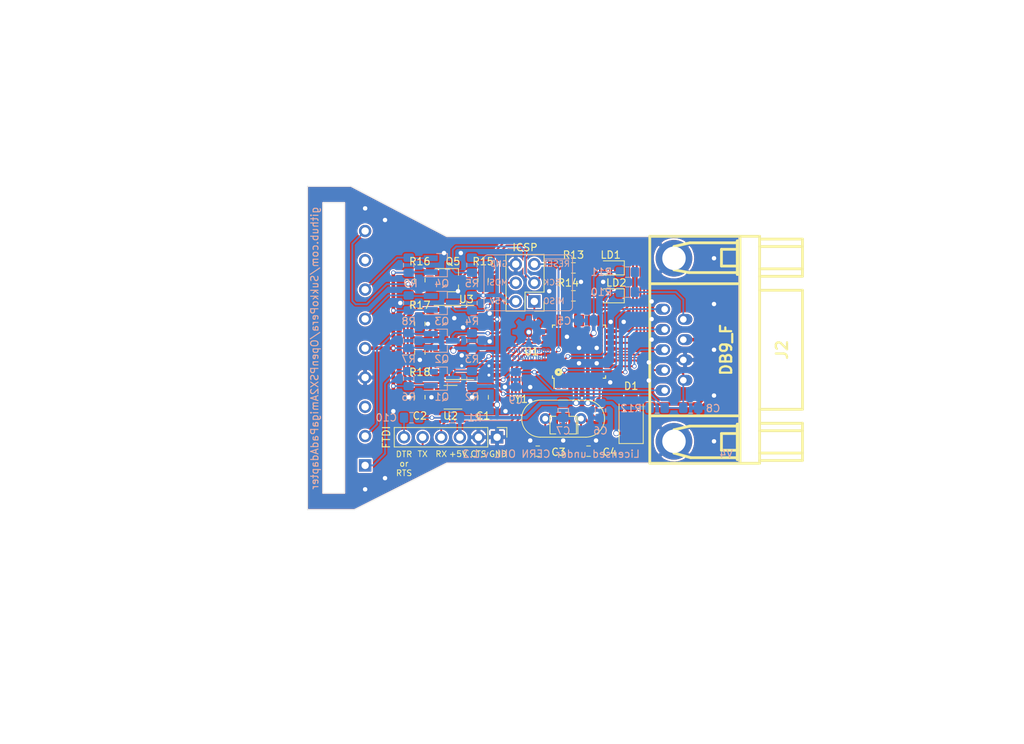
<source format=kicad_pcb>
(kicad_pcb (version 20171130) (host pcbnew 5.1.5)
  (title_block (title OpenPSX2AmigaPadAdapter) (date 2020-03-26) (rev 4git) (company SukkoPera) (comment 1 "Licensed under CERN OHL v.1.2"))
  (layers (0 F.Cu signal) (31 B.Cu signal) (36 B.SilkS user) (37 F.SilkS user) (38 B.Mask user) (39 F.Mask user) (44 Edge.Cuts user))
  (net 0 "")
  (net 1 GND)
  (net 2 +5V)
  (net 3 +3V3)
  (net 4 /dtr)
  (net 5 /reset)
  (net 6 "Net-(D1-Pad2)")
  (net 7 /ps_data_3v3)
  (net 8 /ps_cmd_3v3)
  (net 9 /ps_attn_3v3)
  (net 10 /ps_clk_3v3)
  (net 11 /ami_left)
  (net 12 /ami_down)
  (net 13 /ami_up)
  (net 14 /ami_right)
  (net 15 /ami_potx)
  (net 16 /ami_poty)
  (net 17 /ami_fire)
  (net 18 /tx)
  (net 19 /rx)
  (net 20 /miso)
  (net 21 /ps_clk)
  (net 22 /mosi)
  (net 23 /ps_attn)
  (net 24 /led1)
  (net 25 /led2)
  (net 26 "Net-(LD1-Pad2)")
  (net 27 "Net-(LD2-Pad2)")
  (net 28 /ps_ack_3v3)
  (net 29 /ps_ack)
  (net 30 "Net-(R10-Pad2)")
  (net 31 /sda)
  (net 32 /scl)
  (net 33 /clk-)
  (net 34 /clk+)
  (net 35 "Net-(R18-Pad1)")
  (module OpenPSX2AmigaPadAdapter:PSX_Pad_Connector (layer F.Cu) (at 102.616 75.9825 180)
    (fp_text reference J1 hide)
    (fp_text value TO_PSX_PAD)
    (pad 9 thru_hole oval (at -14 16 180) (size 1.7 1.7) (drill 1) (layers *.Cu *.Mask) (net 28 /ps_ack_3v3))
    (pad 8 thru_hole oval (at -14 12 180) (size 1.7 1.7) (drill 1) (layers *.Cu *.Mask))
    (pad 7 thru_hole oval (at -14 8 180) (size 1.7 1.7) (drill 1) (layers *.Cu *.Mask) (net 10 /ps_clk_3v3))
    (pad 6 thru_hole oval (at -14 4 180) (size 1.7 1.7) (drill 1) (layers *.Cu *.Mask) (net 9 /ps_attn_3v3))
    (pad 5 thru_hole oval (at -14 0 180) (size 1.7 1.7) (drill 1) (layers *.Cu *.Mask) (net 3 +3V3))
    (pad 4 thru_hole oval (at -14 -4 180) (size 1.7 1.7) (drill 1) (layers *.Cu *.Mask) (net 1 GND))
    (pad 3 thru_hole oval (at -14 -8 180) (size 1.7 1.7) (drill 1) (layers *.Cu *.Mask))
    (pad 2 thru_hole oval (at -14 -12 180) (size 1.7 1.7) (drill 1) (layers *.Cu *.Mask) (net 8 /ps_cmd_3v3))
    (pad 1 thru_hole rect (at -14 -16 180) (size 1.7 1.7) (drill 1) (layers *.Cu *.Mask) (net 7 /ps_data_3v3))
  )
  (module Capacitor_SMD:C_0805_2012Metric_Pad1.15x1.40mm_HandSolder (layer B.Cu) (at 143.637 84.483 90)
    (fp_text reference C7 (at -2.766 0 180) (layer B.SilkS) (effects (justify mirror)))
    (fp_text value 100n)
    (pad 2 smd roundrect (at 1.025 0 90) (size 1.15 1.4) (layers B.Cu B.Paste B.Mask) (roundrect_rratio 0.217391) (net 2 +5V))
    (pad 1 smd roundrect (at -1.025 0 90) (size 1.15 1.4) (layers B.Cu B.Paste B.Mask) (roundrect_rratio 0.217391) (net 1 GND))
  )
  (module Capacitor_SMD:C_0805_2012Metric_Pad1.15x1.40mm_HandSolder (layer B.Cu) (at 148.717 84.483 90)
    (fp_text reference C6 (at -2.766 0 180) (layer B.SilkS) (effects (justify mirror)))
    (fp_text value 100n)
    (pad 1 smd roundrect (at -1.025 0 90) (size 1.15 1.4) (layers B.Cu B.Paste B.Mask) (roundrect_rratio 0.217391) (net 1 GND))
    (pad 2 smd roundrect (at 1.025 0 90) (size 1.15 1.4) (layers B.Cu B.Paste B.Mask) (roundrect_rratio 0.217391) (net 2 +5V))
  )
  (module Capacitor_SMD:C_0805_2012Metric_Pad1.15x1.40mm_HandSolder (layer B.Cu) (at 146.771 72.204)
    (fp_text reference C5 (at -3.007 0.059) (layer B.SilkS) (effects (justify mirror)))
    (fp_text value 100n)
    (pad 2 smd roundrect (at 1.025 0) (size 1.15 1.4) (layers B.Cu B.Paste B.Mask) (roundrect_rratio 0.217391) (net 2 +5V))
    (pad 1 smd roundrect (at -1.025 0) (size 1.15 1.4) (layers B.Cu B.Paste B.Mask) (roundrect_rratio 0.217391) (net 1 GND))
  )
  (module Capacitor_SMD:C_0805_2012Metric_Pad1.15x1.40mm_HandSolder (layer F.Cu) (at 140.162 90.043)
    (fp_text reference C3 (at 2.84 0.127) (layer F.SilkS))
    (fp_text value 22p)
    (pad 1 smd roundrect (at -1.025 0) (size 1.15 1.4) (layers F.Cu F.Paste F.Mask) (roundrect_rratio 0.217391) (net 1 GND))
    (pad 2 smd roundrect (at 1.025 0) (size 1.15 1.4) (layers F.Cu F.Paste F.Mask) (roundrect_rratio 0.217391) (net 33 /clk-))
  )
  (module Capacitor_SMD:C_0805_2012Metric_Pad1.15x1.40mm_HandSolder (layer F.Cu) (at 147.092 90.043 180)
    (fp_text reference C4 (at -2.895 -0.127) (layer F.SilkS))
    (fp_text value 22p)
    (pad 2 smd roundrect (at 1.025 0 180) (size 1.15 1.4) (layers F.Cu F.Paste F.Mask) (roundrect_rratio 0.217391) (net 34 /clk+))
    (pad 1 smd roundrect (at -1.025 0 180) (size 1.15 1.4) (layers F.Cu F.Paste F.Mask) (roundrect_rratio 0.217391) (net 1 GND))
  )
  (module Capacitor_SMD:C_0805_2012Metric_Pad1.15x1.40mm_HandSolder (layer B.Cu) (at 122.945 85.471)
    (fp_text reference C10 (at -3.438 0) (layer B.SilkS) (effects (justify mirror)))
    (fp_text value 100n)
    (pad 1 smd roundrect (at -1.025 0) (size 1.15 1.4) (layers B.Cu B.Paste B.Mask) (roundrect_rratio 0.217391) (net 4 /dtr))
    (pad 2 smd roundrect (at 1.025 0) (size 1.15 1.4) (layers B.Cu B.Paste B.Mask) (roundrect_rratio 0.217391) (net 5 /reset))
  )
  (module LED_SMD:LED_0805_2012Metric_Pad1.15x1.40mm_HandSolder (layer F.Cu) (at 150.114 68.834 180)
    (fp_text reference LD2 (at -0.762 1.778) (layer F.SilkS))
    (fp_text value LED)
    (pad 2 smd roundrect (at 1.025 0 180) (size 1.15 1.4) (layers F.Cu F.Paste F.Mask) (roundrect_rratio 0.217391) (net 27 "Net-(LD2-Pad2)"))
    (pad 1 smd roundrect (at -1.025 0 180) (size 1.15 1.4) (layers F.Cu F.Paste F.Mask) (roundrect_rratio 0.217391) (net 1 GND))
  )
  (module LED_SMD:LED_0805_2012Metric_Pad1.15x1.40mm_HandSolder (layer F.Cu) (at 150.114 65.024 180)
    (fp_text reference LD1 (at 0 1.778) (layer F.SilkS))
    (fp_text value LED)
    (pad 1 smd roundrect (at -1.025 0 180) (size 1.15 1.4) (layers F.Cu F.Paste F.Mask) (roundrect_rratio 0.217391) (net 1 GND))
    (pad 2 smd roundrect (at 1.025 0 180) (size 1.15 1.4) (layers F.Cu F.Paste F.Mask) (roundrect_rratio 0.217391) (net 26 "Net-(LD1-Pad2)"))
  )
  (module Resistor_SMD:R_0805_2012Metric_Pad1.15x1.40mm_HandSolder (layer B.Cu) (at 128.515 85.471 180)
    (fp_text reference R1 (at -3.048 0) (layer B.SilkS) (effects (justify mirror)))
    (fp_text value 10k)
    (pad 1 smd roundrect (at -1.025 0 180) (size 1.15 1.4) (layers B.Cu B.Paste B.Mask) (roundrect_rratio 0.217391) (net 2 +5V))
    (pad 2 smd roundrect (at 1.025 0 180) (size 1.15 1.4) (layers B.Cu B.Paste B.Mask) (roundrect_rratio 0.217391) (net 5 /reset))
  )
  (module Resistor_SMD:R_0805_2012Metric_Pad1.15x1.40mm_HandSolder (layer B.Cu) (at 131.191 80.137 90)
    (fp_text reference R2 (at -2.5 0) (layer B.SilkS) (effects (justify mirror)))
    (fp_text value 10k)
    (pad 1 smd roundrect (at -1.025 0 90) (size 1.15 1.4) (layers B.Cu B.Paste B.Mask) (roundrect_rratio 0.217391) (net 2 +5V))
    (pad 2 smd roundrect (at 1.025 0 90) (size 1.15 1.4) (layers B.Cu B.Paste B.Mask) (roundrect_rratio 0.217391) (net 20 /miso))
  )
  (module Resistor_SMD:R_0805_2012Metric_Pad1.15x1.40mm_HandSolder (layer B.Cu) (at 131.191 74.972332 90)
    (fp_text reference R3 (at -2.5 0) (layer B.SilkS) (effects (justify mirror)))
    (fp_text value 10k)
    (pad 1 smd roundrect (at -1.025 0 90) (size 1.15 1.4) (layers B.Cu B.Paste B.Mask) (roundrect_rratio 0.217391) (net 2 +5V))
    (pad 2 smd roundrect (at 1.025 0 90) (size 1.15 1.4) (layers B.Cu B.Paste B.Mask) (roundrect_rratio 0.217391) (net 22 /mosi))
  )
  (module Resistor_SMD:R_0805_2012Metric_Pad1.15x1.40mm_HandSolder (layer B.Cu) (at 131.191 69.807666 270)
    (fp_text reference R4 (at 2.5 0) (layer B.SilkS) (effects (justify mirror)))
    (fp_text value 10k)
    (pad 1 smd roundrect (at -1.025 0 270) (size 1.15 1.4) (layers B.Cu B.Paste B.Mask) (roundrect_rratio 0.217391) (net 2 +5V))
    (pad 2 smd roundrect (at 1.025 0 270) (size 1.15 1.4) (layers B.Cu B.Paste B.Mask) (roundrect_rratio 0.217391) (net 23 /ps_attn))
  )
  (module Resistor_SMD:R_0805_2012Metric_Pad1.15x1.40mm_HandSolder (layer B.Cu) (at 131.191 64.643 270)
    (fp_text reference R5 (at 2.5 0) (layer B.SilkS) (effects (justify mirror)))
    (fp_text value 10k)
    (pad 1 smd roundrect (at -1.025 0 270) (size 1.15 1.4) (layers B.Cu B.Paste B.Mask) (roundrect_rratio 0.217391) (net 2 +5V))
    (pad 2 smd roundrect (at 1.025 0 270) (size 1.15 1.4) (layers B.Cu B.Paste B.Mask) (roundrect_rratio 0.217391) (net 21 /ps_clk))
  )
  (module Resistor_SMD:R_0805_2012Metric_Pad1.15x1.40mm_HandSolder (layer B.Cu) (at 122.555 80.137 90)
    (fp_text reference R6 (at -2.5 0) (layer B.SilkS) (effects (justify mirror)))
    (fp_text value 10k)
    (pad 2 smd roundrect (at 1.025 0 90) (size 1.15 1.4) (layers B.Cu B.Paste B.Mask) (roundrect_rratio 0.217391) (net 7 /ps_data_3v3))
    (pad 1 smd roundrect (at -1.025 0 90) (size 1.15 1.4) (layers B.Cu B.Paste B.Mask) (roundrect_rratio 0.217391) (net 3 +3V3))
  )
  (module Resistor_SMD:R_0805_2012Metric_Pad1.15x1.40mm_HandSolder (layer B.Cu) (at 122.555 74.9575 90)
    (fp_text reference R7 (at -2.5 0) (layer B.SilkS) (effects (justify mirror)))
    (fp_text value 10k)
    (pad 2 smd roundrect (at 1.025 0 90) (size 1.15 1.4) (layers B.Cu B.Paste B.Mask) (roundrect_rratio 0.217391) (net 8 /ps_cmd_3v3))
    (pad 1 smd roundrect (at -1.025 0 90) (size 1.15 1.4) (layers B.Cu B.Paste B.Mask) (roundrect_rratio 0.217391) (net 3 +3V3))
  )
  (module Resistor_SMD:R_0805_2012Metric_Pad1.15x1.40mm_HandSolder (layer B.Cu) (at 122.555 69.807666 90)
    (fp_text reference R8 (at -2.5 0) (layer B.SilkS) (effects (justify mirror)))
    (fp_text value 10k)
    (pad 2 smd roundrect (at 1.025 0 90) (size 1.15 1.4) (layers B.Cu B.Paste B.Mask) (roundrect_rratio 0.217391) (net 9 /ps_attn_3v3))
    (pad 1 smd roundrect (at -1.025 0 90) (size 1.15 1.4) (layers B.Cu B.Paste B.Mask) (roundrect_rratio 0.217391) (net 3 +3V3))
  )
  (module Resistor_SMD:R_0805_2012Metric_Pad1.15x1.40mm_HandSolder (layer B.Cu) (at 122.555 64.643 90)
    (fp_text reference R9 (at -2.5 0.254) (layer B.SilkS) (effects (justify mirror)))
    (fp_text value 10k)
    (pad 2 smd roundrect (at 1.025 0 90) (size 1.15 1.4) (layers B.Cu B.Paste B.Mask) (roundrect_rratio 0.217391) (net 10 /ps_clk_3v3))
    (pad 1 smd roundrect (at -1.025 0 90) (size 1.15 1.4) (layers B.Cu B.Paste B.Mask) (roundrect_rratio 0.217391) (net 3 +3V3))
  )
  (module Resistor_SMD:R_0805_2012Metric_Pad1.15x1.40mm_HandSolder (layer B.Cu) (at 152.4 68.326 180)
    (fp_text reference R10 (at 3.556 0) (layer B.SilkS) (effects (justify mirror)))
    (fp_text value 100)
    (pad 2 smd roundrect (at 1.025 0 180) (size 1.15 1.4) (layers B.Cu B.Paste B.Mask) (roundrect_rratio 0.217391) (net 30 "Net-(R10-Pad2)"))
    (pad 1 smd roundrect (at -1.025 0 180) (size 1.15 1.4) (layers B.Cu B.Paste B.Mask) (roundrect_rratio 0.217391) (net 17 /ami_fire))
  )
  (module Resistor_SMD:R_0805_2012Metric_Pad1.15x1.40mm_HandSolder (layer F.Cu) (at 145.034 68.834 180)
    (fp_text reference R14 (at 0.6985 1.778) (layer F.SilkS))
    (fp_text value 220)
    (pad 1 smd roundrect (at -1.025 0 180) (size 1.15 1.4) (layers F.Cu F.Paste F.Mask) (roundrect_rratio 0.217391) (net 27 "Net-(LD2-Pad2)"))
    (pad 2 smd roundrect (at 1.025 0 180) (size 1.15 1.4) (layers F.Cu F.Paste F.Mask) (roundrect_rratio 0.217391) (net 25 /led2))
  )
  (module Resistor_SMD:R_0805_2012Metric_Pad1.15x1.40mm_HandSolder (layer F.Cu) (at 145.034 65.024 180)
    (fp_text reference R13 (at 0 1.778) (layer F.SilkS))
    (fp_text value 220)
    (pad 2 smd roundrect (at 1.025 0 180) (size 1.15 1.4) (layers F.Cu F.Paste F.Mask) (roundrect_rratio 0.217391) (net 24 /led1))
    (pad 1 smd roundrect (at -1.025 0 180) (size 1.15 1.4) (layers F.Cu F.Paste F.Mask) (roundrect_rratio 0.217391) (net 26 "Net-(LD1-Pad2)"))
  )
  (module Package_QFP:TQFP-32_7x7mm_P0.8mm (layer F.Cu) (at 145.796 76.454 90)
    (fp_text reference U1 (at 0 -6.477 180) (layer F.SilkS))
    (fp_text value ATmega328P-AU)
    (pad 1 smd rect (at -4.25 -2.8 90) (size 1.6 0.55) (layers F.Cu F.Paste F.Mask) (net 30 "Net-(R10-Pad2)"))
    (pad 2 smd rect (at -4.25 -2 90) (size 1.6 0.55) (layers F.Cu F.Paste F.Mask) (net 13 /ami_up))
    (pad 3 smd rect (at -4.25 -1.2 90) (size 1.6 0.55) (layers F.Cu F.Paste F.Mask) (net 1 GND))
    (pad 4 smd rect (at -4.25 -0.4 90) (size 1.6 0.55) (layers F.Cu F.Paste F.Mask) (net 2 +5V))
    (pad 5 smd rect (at -4.25 0.4 90) (size 1.6 0.55) (layers F.Cu F.Paste F.Mask) (net 1 GND))
    (pad 6 smd rect (at -4.25 1.2 90) (size 1.6 0.55) (layers F.Cu F.Paste F.Mask) (net 2 +5V))
    (pad 7 smd rect (at -4.25 2 90) (size 1.6 0.55) (layers F.Cu F.Paste F.Mask) (net 33 /clk-))
    (pad 8 smd rect (at -4.25 2.8 90) (size 1.6 0.55) (layers F.Cu F.Paste F.Mask) (net 34 /clk+))
    (pad 9 smd rect (at -2.8 4.25 180) (size 1.6 0.55) (layers F.Cu F.Paste F.Mask) (net 12 /ami_down))
    (pad 10 smd rect (at -2 4.25 180) (size 1.6 0.55) (layers F.Cu F.Paste F.Mask) (net 11 /ami_left))
    (pad 11 smd rect (at -1.2 4.25 180) (size 1.6 0.55) (layers F.Cu F.Paste F.Mask) (net 14 /ami_right))
    (pad 12 smd rect (at -0.4 4.25 180) (size 1.6 0.55) (layers F.Cu F.Paste F.Mask) (net 16 /ami_poty))
    (pad 13 smd rect (at 0.4 4.25 180) (size 1.6 0.55) (layers F.Cu F.Paste F.Mask) (net 29 /ps_ack))
    (pad 14 smd rect (at 1.2 4.25 180) (size 1.6 0.55) (layers F.Cu F.Paste F.Mask) (net 23 /ps_attn))
    (pad 15 smd rect (at 2 4.25 180) (size 1.6 0.55) (layers F.Cu F.Paste F.Mask) (net 22 /mosi))
    (pad 16 smd rect (at 2.8 4.25 180) (size 1.6 0.55) (layers F.Cu F.Paste F.Mask) (net 20 /miso))
    (pad 17 smd rect (at 4.25 2.8 90) (size 1.6 0.55) (layers F.Cu F.Paste F.Mask) (net 21 /ps_clk))
    (pad 18 smd rect (at 4.25 2 90) (size 1.6 0.55) (layers F.Cu F.Paste F.Mask) (net 2 +5V))
    (pad 19 smd rect (at 4.25 1.2 90) (size 1.6 0.55) (layers F.Cu F.Paste F.Mask))
    (pad 20 smd rect (at 4.25 0.4 90) (size 1.6 0.55) (layers F.Cu F.Paste F.Mask))
    (pad 21 smd rect (at 4.25 -0.4 90) (size 1.6 0.55) (layers F.Cu F.Paste F.Mask) (net 1 GND))
    (pad 22 smd rect (at 4.25 -1.2 90) (size 1.6 0.55) (layers F.Cu F.Paste F.Mask))
    (pad 23 smd rect (at 4.25 -2 90) (size 1.6 0.55) (layers F.Cu F.Paste F.Mask) (net 25 /led2))
    (pad 24 smd rect (at 4.25 -2.8 90) (size 1.6 0.55) (layers F.Cu F.Paste F.Mask) (net 24 /led1))
    (pad 25 smd rect (at 2.8 -4.25 180) (size 1.6 0.55) (layers F.Cu F.Paste F.Mask))
    (pad 26 smd rect (at 2 -4.25 180) (size 1.6 0.55) (layers F.Cu F.Paste F.Mask))
    (pad 27 smd rect (at 1.2 -4.25 180) (size 1.6 0.55) (layers F.Cu F.Paste F.Mask) (net 31 /sda))
    (pad 28 smd rect (at 0.4 -4.25 180) (size 1.6 0.55) (layers F.Cu F.Paste F.Mask) (net 32 /scl))
    (pad 29 smd rect (at -0.4 -4.25 180) (size 1.6 0.55) (layers F.Cu F.Paste F.Mask) (net 5 /reset))
    (pad 30 smd rect (at -1.2 -4.25 180) (size 1.6 0.55) (layers F.Cu F.Paste F.Mask) (net 19 /rx))
    (pad 31 smd rect (at -2 -4.25 180) (size 1.6 0.55) (layers F.Cu F.Paste F.Mask) (net 18 /tx))
    (pad 32 smd rect (at -2.8 -4.25 180) (size 1.6 0.55) (layers F.Cu F.Paste F.Mask) (net 15 /ami_potx))
  )
  (module Crystal:Crystal_HC49-U_Vertical (layer F.Cu) (at 141.187 85.598)
    (fp_text reference Y1 (at -3.265 -2.667) (layer F.SilkS))
    (fp_text value 16M)
    (pad 2 thru_hole circle (at 4.88 0) (size 1.5 1.5) (drill 0.8) (layers *.Cu *.Mask) (net 34 /clk+))
    (pad 1 thru_hole circle (at 0 0) (size 1.5 1.5) (drill 0.8) (layers *.Cu *.Mask) (net 33 /clk-))
  )
  (module Connector_PinHeader_2.54mm:PinHeader_1x06_P2.54mm_Vertical (layer F.Cu) (at 134.62 88.138 270)
    (fp_text reference J3 hide)
    (fp_text value CONN_FTDI)
    (pad 1 thru_hole rect (at 0 0 270) (size 1.7 1.7) (drill 1) (layers *.Cu *.Mask) (net 1 GND))
    (pad 2 thru_hole oval (at 0 2.54 270) (size 1.7 1.7) (drill 1) (layers *.Cu *.Mask) (net 1 GND))
    (pad 3 thru_hole oval (at 0 5.08 270) (size 1.7 1.7) (drill 1) (layers *.Cu *.Mask) (net 2 +5V))
    (pad 4 thru_hole oval (at 0 7.62 270) (size 1.7 1.7) (drill 1) (layers *.Cu *.Mask) (net 19 /rx))
    (pad 5 thru_hole oval (at 0 10.16 270) (size 1.7 1.7) (drill 1) (layers *.Cu *.Mask) (net 18 /tx))
    (pad 6 thru_hole oval (at 0 12.7 270) (size 1.7 1.7) (drill 1) (layers *.Cu *.Mask) (net 4 /dtr))
  )
  (module Connector_PinHeader_2.54mm:PinHeader_2x03_P2.54mm_Vertical (layer F.Cu) (at 139.7 69.596 180)
    (fp_text reference J4 hide)
    (fp_text value CONN_ICSP)
    (pad 1 thru_hole rect (at 0 0 180) (size 1.7 1.7) (drill 1) (layers *.Cu *.Mask) (net 20 /miso))
    (pad 2 thru_hole oval (at 2.54 0 180) (size 1.7 1.7) (drill 1) (layers *.Cu *.Mask) (net 2 +5V))
    (pad 3 thru_hole oval (at 0 2.54 180) (size 1.7 1.7) (drill 1) (layers *.Cu *.Mask) (net 21 /ps_clk))
    (pad 4 thru_hole oval (at 2.54 2.54 180) (size 1.7 1.7) (drill 1) (layers *.Cu *.Mask) (net 22 /mosi))
    (pad 5 thru_hole oval (at 0 5.08 180) (size 1.7 1.7) (drill 1) (layers *.Cu *.Mask) (net 5 /reset))
    (pad 6 thru_hole oval (at 2.54 5.08 180) (size 1.7 1.7) (drill 1) (layers *.Cu *.Mask) (net 1 GND))
  )
  (module OpenPSX2AmigaPadAdapter:DB_9F (layer F.Cu) (at 165.862 76.2 90)
    (fp_text reference J2 (at 0 7.62 90) (layer F.SilkS) (effects (font (size 1.524 1.524) (thickness 0.3048))))
    (fp_text value DB9_F (at 0 0 90) (layer F.SilkS) (effects (font (size 1.524 1.524) (thickness 0.3048))))
    (pad 0 thru_hole circle (at -12.49426 -7.112 90) (size 5.00126 5.00126) (drill 3.2004) (layers *.Cu *.Mask) (net 1 GND))
    (pad 6 thru_hole oval (at 4.15544 -5.842 90) (size 1.50114 1.99898) (drill 0.89916 (offset 0 0.24892)) (layers *.Cu *.Mask) (net 17 /ami_fire))
    (pad 7 thru_hole oval (at 1.3843 -5.842 90) (size 1.50114 1.99898) (drill 0.89916 (offset 0 0.24892)) (layers *.Cu *.Mask) (net 6 "Net-(D1-Pad2)"))
    (pad 8 thru_hole oval (at -1.3843 -5.842 90) (size 1.50114 1.99898) (drill 0.89916 (offset 0 0.24892)) (layers *.Cu *.Mask) (net 1 GND))
    (pad 9 thru_hole oval (at -4.15544 -5.842 90) (size 1.50114 1.99898) (drill 0.89916 (offset 0 0.24892)) (layers *.Cu *.Mask) (net 16 /ami_poty))
    (pad 5 thru_hole oval (at -5.53974 -8.382 90) (size 1.50114 1.99898) (drill 0.89916 (offset 0 -0.24892)) (layers *.Cu *.Mask) (net 15 /ami_potx))
    (pad 4 thru_hole oval (at -2.77114 -8.382 90) (size 1.50114 1.99898) (drill 0.89916 (offset 0 -0.24892)) (layers *.Cu *.Mask) (net 14 /ami_right))
    (pad 1 thru_hole oval (at 5.53974 -8.382 90) (size 1.50114 1.99898) (drill 0.89916 (offset 0 -0.24892)) (layers *.Cu *.Mask) (net 13 /ami_up))
    (pad 2 thru_hole oval (at 2.77114 -8.382 90) (size 1.50114 1.99898) (drill 0.89916 (offset 0 -0.24892)) (layers *.Cu *.Mask) (net 12 /ami_down))
    (pad 3 thru_hole oval (at 0 -8.382 90) (size 1.50114 1.99898) (drill 0.89916 (offset 0 -0.24892)) (layers *.Cu *.Mask) (net 11 /ami_left))
    (pad 0 thru_hole circle (at 12.49426 -7.112 90) (size 5.00126 5.00126) (drill 3.2004) (layers *.Cu *.Mask) (net 1 GND))
  )
  (module Symbol:OSHW-Logo_5.7x6mm_Copper (layer B.Cu) (at 138.938 74.549 180)
    (fp_text reference J99 hide)
    (fp_text value OSHW_LOGO hide)
    (fp_poly (pts (xy -1.908759 -1.469184) (xy -1.882247 -1.482282) (xy -1.849553 -1.505106) (xy -1.825725 -1.529996) (xy -1.809406 -1.561249) (xy -1.79924 -1.603166) (xy -1.793872 -1.660044) (xy -1.791944 -1.736184) (xy -1.791831 -1.768917) (xy -1.792161 -1.840656) (xy -1.793527 -1.891927) (xy -1.7965 -1.927404) (xy -1.801649 -1.951763) (xy -1.809543 -1.96968) (xy -1.817757 -1.981902) (xy -1.870187 -2.033905) (xy -1.93193 -2.065184) (xy -1.998536 -2.074592) (xy -2.065558 -2.06098) (xy -2.086792 -2.051354) (xy -2.137624 -2.024859) (xy -2.137624 -2.440052) (xy -2.100525 -2.420868) (xy -2.051643 -2.406025) (xy -1.991561 -2.402222) (xy -1.931564 -2.409243) (xy -1.886256 -2.425013) (xy -1.848675 -2.455047) (xy -1.816564 -2.498024) (xy -1.81415 -2.502436) (xy -1.803967 -2.523221) (xy -1.79653 -2.54417) (xy -1.791411 -2.569548) (xy -1.788181 -2.603618) (xy -1.786413 -2.650641) (xy -1.785677 -2.714882) (xy -1.785544 -2.787176) (xy -1.785544 -3.017822) (xy -1.923861 -3.017822) (xy -1.923861 -2.592533) (xy -1.962549 -2.559979) (xy -2.002738 -2.53394) (xy -2.040797 -2.529205) (xy -2.079066 -2.541389) (xy -2.099462 -2.55332) (xy -2.114642 -2.570313) (xy -2.125438 -2.595995) (xy -2.132683 -2.633991) (xy -2.137208 -2.687926) (xy -2.139844 -2.761425) (xy -2.140772 -2.810347) (xy -2.143911 -3.011535) (xy -2.209926 -3.015336) (xy -2.27594 -3.019136) (xy -2.27594 -1.77065) (xy -2.137624 -1.77065) (xy -2.134097 -1.840254) (xy -2.122215 -1.888569) (xy -2.10002 -1.918631) (xy -2.065559 -1.933471) (xy -2.030742 -1.936436) (xy -1.991329 -1.933028) (xy -1.965171 -1.919617) (xy -1.948814 -1.901896) (xy -1.935937 -1.882835) (xy -1.928272 -1.861601) (xy -1.924861 -1.831849) (xy -1.924749 -1.787236) (xy -1.925897 -1.74988) (xy -1.928532 -1.693604) (xy -1.932456 -1.656658) (xy -1.939063 -1.633223) (xy -1.949749 -1.61748) (xy -1.959833 -1.60838) (xy -2.00197 -1.588537) (xy -2.05184 -1.585332) (xy -2.080476 -1.592168) (xy -2.108828 -1.616464) (xy -2.127609 -1.663728) (xy -2.136712 -1.733624) (xy -2.137624 -1.77065) (xy -2.27594 -1.77065) (xy -2.27594 -1.458614) (xy -2.206782 -1.458614) (xy -2.16526 -1.460256) (xy -2.143838 -1.466087) (xy -2.137626 -1.477461) (xy -2.137624 -1.477798) (xy -2.134742 -1.488938) (xy -2.12203 -1.487673) (xy -2.096757 -1.475433) (xy -2.037869 -1.456707) (xy -1.971615 -1.454739) (xy -1.908759 -1.469184)) (layer B.Cu) (width 0.01))
    (fp_poly (pts (xy -1.38421 -2.406555) (xy -1.325055 -2.422339) (xy -1.280023 -2.450948) (xy -1.248246 -2.488419) (xy -1.238366 -2.504411) (xy -1.231073 -2.521163) (xy -1.225974 -2.542592) (xy -1.222679 -2.572616) (xy -1.220797 -2.615154) (xy -1.219937 -2.674122) (xy -1.219707 -2.75344) (xy -1.219703 -2.774484) (xy -1.219703 -3.017822) (xy -1.280059 -3.017822) (xy -1.318557 -3.015126) (xy -1.347023 -3.008295) (xy -1.354155 -3.004083) (xy -1.373652 -2.996813) (xy -1.393566 -3.004083) (xy -1.426353 -3.01316) (xy -1.473978 -3.016813) (xy -1.526764 -3.015228) (xy -1.575036 -3.008589) (xy -1.603218 -3.000072) (xy -1.657753 -2.965063) (xy -1.691835 -2.916479) (xy -1.707157 -2.851882) (xy -1.707299 -2.850223) (xy -1.705955 -2.821566) (xy -1.584356 -2.821566) (xy -1.573726 -2.854161) (xy -1.55641 -2.872505) (xy -1.521652 -2.886379) (xy -1.475773 -2.891917) (xy -1.428988 -2.889191) (xy -1.391514 -2.878274) (xy -1.381015 -2.871269) (xy -1.362668 -2.838904) (xy -1.35802 -2.802111) (xy -1.35802 -2.753763) (xy -1.427582 -2.753763) (xy -1.493667 -2.75885) (xy -1.543764 -2.773263) (xy -1.574929 -2.795729) (xy -1.584356 -2.821566) (xy -1.705955 -2.821566) (xy -1.703987 -2.779647) (xy -1.68071 -2.723845) (xy -1.636948 -2.681647) (xy -1.630899 -2.677808) (xy -1.604907 -2.665309) (xy -1.572735 -2.65774) (xy -1.52776 -2.654061) (xy -1.474331 -2.653216) (xy -1.35802 -2.653169) (xy -1.35802 -2.604411) (xy -1.362953 -2.566581) (xy -1.375543 -2.541236) (xy -1.377017 -2.539887) (xy -1.405034 -2.5288) (xy -1.447326 -2.524503) (xy -1.494064 -2.526615) (xy -1.535418 -2.534756) (xy -1.559957 -2.546965) (xy -1.573253 -2.556746) (xy -1.587294 -2.558613) (xy -1.606671 -2.5506) (xy -1.635976 -2.530739) (xy -1.679803 -2.497063) (xy -1.683825 -2.493909) (xy -1.681764 -2.482236) (xy -1.664568 -2.462822) (xy -1.638433 -2.441248) (xy -1.609552 -2.423096) (xy -1.600478 -2.418809) (xy -1.56738 -2.410256) (xy -1.51888 -2.404155) (xy -1.464695 -2.401708) (xy -1.462161 -2.401703) (xy -1.38421 -2.406555)) (layer B.Cu) (width 0.01))
    (fp_poly (pts (xy -0.993356 -2.40302) (xy -0.974539 -2.40866) (xy -0.968473 -2.421053) (xy -0.968218 -2.426647) (xy -0.967129 -2.44223) (xy -0.959632 -2.444676) (xy -0.939381 -2.433993) (xy -0.927351 -2.426694) (xy -0.8894 -2.411063) (xy -0.844072 -2.403334) (xy -0.796544 -2.40274) (xy -0.751995 -2.408513) (xy -0.715602 -2.419884) (xy -0.692543 -2.436088) (xy -0.687996 -2.456355) (xy -0.690291 -2.461843) (xy -0.70702 -2.484626) (xy -0.732963 -2.512647) (xy -0.737655 -2.517177) (xy -0.762383 -2.538005) (xy -0.783718 -2.544735) (xy -0.813555 -2.540038) (xy -0.825508 -2.536917) (xy -0.862705 -2.529421) (xy -0.888859 -2.532792) (xy -0.910946 -2.544681) (xy -0.931178 -2.560635) (xy -0.946079 -2.5807) (xy -0.956434 -2.608702) (xy -0.963029 -2.648467) (xy -0.966649 -2.703823) (xy -0.968078 -2.778594) (xy -0.968218 -2.82374) (xy -0.968218 -3.017822) (xy -1.09396 -3.017822) (xy -1.09396 -2.401683) (xy -1.031089 -2.401683) (xy -0.993356 -2.40302)) (layer B.Cu) (width 0.01))
    (fp_poly (pts (xy -0.201188 -3.017822) (xy -0.270346 -3.017822) (xy -0.310488 -3.016645) (xy -0.331394 -3.011772) (xy -0.338922 -3.001186) (xy -0.339505 -2.994029) (xy -0.340774 -2.979676) (xy -0.348779 -2.976923) (xy -0.369815 -2.985771) (xy -0.386173 -2.994029) (xy -0.448977 -3.013597) (xy -0.517248 -3.014729) (xy -0.572752 -3.000135) (xy -0.624438 -2.964877) (xy -0.663838 -2.912835) (xy -0.685413 -2.85145) (xy -0.685962 -2.848018) (xy -0.689167 -2.810571) (xy -0.690761 -2.756813) (xy -0.690633 -2.716155) (xy -0.553279 -2.716155) (xy -0.550097 -2.770194) (xy -0.542859 -2.814735) (xy -0.53306 -2.839888) (xy -0.495989 -2.87426) (xy -0.451974 -2.886582) (xy -0.406584 -2.876618) (xy -0.367797 -2.846895) (xy -0.353108 -2.826905) (xy -0.344519 -2.80305) (xy -0.340496 -2.76823) (xy -0.339505 -2.71593) (xy -0.341278 -2.664139) (xy -0.345963 -2.618634) (xy -0.352603 -2.588181) (xy -0.35371 -2.585452) (xy -0.380491 -2.553) (xy -0.419579 -2.535183) (xy -0.463315 -2.532306) (xy -0.504038 -2.544674) (xy -0.534087 -2.572593) (xy -0.537204 -2.578148) (xy -0.546961 -2.612022) (xy -0.552277 -2.660728) (xy -0.553279 -2.716155) (xy -0.690633 -2.716155) (xy -0.690568 -2.69554) (xy -0.689664 -2.662563) (xy -0.683514 -2.580981) (xy -0.670733 -2.51973) (xy -0.649471 -2.474449) (xy -0.617878 -2.440779) (xy -0.587207 -2.421014) (xy -0.544354 -2.40712) (xy -0.491056 -2.402354) (xy -0.43648 -2.406236) (xy -0.389792 -2.418282) (xy -0.365124 -2.432693) (xy -0.339505 -2.455878) (xy -0.339505 -2.162773) (xy -0.201188 -2.162773) (xy -0.201188 -3.017822)) (layer B.Cu) (width 0.01))
    (fp_poly (pts (xy 0.281524 -2.404237) (xy 0.331255 -2.407971) (xy 0.461291 -2.797773) (xy 0.481678 -2.728614) (xy 0.493946 -2.685874) (xy 0.510085 -2.628115) (xy 0.527512 -2.564625) (xy 0.536726 -2.53057) (xy 0.571388 -2.401683) (xy 0.714391 -2.401683) (xy 0.671646 -2.536857) (xy 0.650596 -2.603342) (xy 0.625167 -2.683539) (xy 0.59861 -2.767193) (xy 0.574902 -2.841782) (xy 0.520902 -3.011535) (xy 0.462598 -3.015328) (xy 0.404295 -3.019122) (xy 0.372679 -2.914734) (xy 0.353182 -2.849889) (xy 0.331904 -2.7784) (xy 0.313308 -2.715263) (xy 0.312574 -2.71275) (xy 0.298684 -2.669969) (xy 0.286429 -2.640779) (xy 0.277846 -2.629741) (xy 0.276082 -2.631018) (xy 0.269891 -2.64813) (xy 0.258128 -2.684787) (xy 0.242225 -2.736378) (xy 0.223614 -2.798294) (xy 0.213543 -2.832352) (xy 0.159007 -3.017822) (xy 0.043264 -3.017822) (xy -0.049263 -2.725471) (xy -0.075256 -2.643462) (xy -0.098934 -2.568987) (xy -0.11918 -2.505544) (xy -0.134874 -2.456632) (xy -0.144898 -2.425749) (xy -0.147945 -2.416726) (xy -0.145533 -2.407487) (xy -0.126592 -2.403441) (xy -0.087177 -2.403846) (xy -0.081007 -2.404152) (xy -0.007914 -2.407971) (xy 0.039957 -2.58401) (xy 0.057553 -2.648211) (xy 0.073277 -2.704649) (xy 0.085746 -2.748422) (xy 0.093574 -2.77463) (xy 0.09502 -2.778903) (xy 0.101014 -2.77399) (xy 0.113101 -2.748532) (xy 0.129893 -2.705997) (xy 0.150003 -2.64985) (xy 0.167003 -2.59913) (xy 0.231794 -2.400504) (xy 0.281524 -2.404237)) (layer B.Cu) (width 0.01))
    (fp_poly (pts (xy 1.038411 -2.405417) (xy 1.091411 -2.41829) (xy 1.106731 -2.42511) (xy 1.136428 -2.442974) (xy 1.15922 -2.463093) (xy 1.176083 -2.488962) (xy 1.187998 -2.524073) (xy 1.195942 -2.57192) (xy 1.200894 -2.635996) (xy 1.203831 -2.719794) (xy 1.204947 -2.775768) (xy 1.209052 -3.017822) (xy 1.138932 -3.017822) (xy 1.096393 -3.016038) (xy 1.074476 -3.009942) (xy 1.068812 -2.999706) (xy 1.065821 -2.988637) (xy 1.052451 -2.990754) (xy 1.034233 -2.999629) (xy 0.988624 -3.013233) (xy 0.930007 -3.016899) (xy 0.868354 -3.010903) (xy 0.813638 -2.995521) (xy 0.80873 -2.993386) (xy 0.758723 -2.958255) (xy 0.725756 -2.909419) (xy 0.710587 -2.852333) (xy 0.711746 -2.831824) (xy 0.835508 -2.831824) (xy 0.846413 -2.859425) (xy 0.878745 -2.879204) (xy 0.93091 -2.889819) (xy 0.958787 -2.891228) (xy 1.005247 -2.88762) (xy 1.036129 -2.873597) (xy 1.043664 -2.866931) (xy 1.064076 -2.830666) (xy 1.068812 -2.797773) (xy 1.068812 -2.753763) (xy 1.007513 -2.753763) (xy 0.936256 -2.757395) (xy 0.886276 -2.768818) (xy 0.854696 -2.788824) (xy 0.847626 -2.797743) (xy 0.835508 -2.831824) (xy 0.711746 -2.831824) (xy 0.713971 -2.792456) (xy 0.736663 -2.735244) (xy 0.767624 -2.69658) (xy 0.786376 -2.679864) (xy 0.804733 -2.668878) (xy 0.828619 -2.66218) (xy 0.863957 -2.658326) (xy 0.916669 -2.655873) (xy 0.937577 -2.655168) (xy 1.068812 -2.650879) (xy 1.06862 -2.611158) (xy 1.063537 -2.569405) (xy 1.045162 -2.544158) (xy 1.008039 -2.52803) (xy 1.007043 -2.527742) (xy 0.95441 -2.5214) (xy 0.902906 -2.529684) (xy 0.86463 -2.549827) (xy 0.849272 -2.559773) (xy 0.83273 -2.558397) (xy 0.807275 -2.543987) (xy 0.792328 -2.533817) (xy 0.763091 -2.512088) (xy 0.74498 -2.4958) (xy 0.742074 -2.491137) (xy 0.75404 -2.467005) (xy 0.789396 -2.438185) (xy 0.804753 -2.428461) (xy 0.848901 -2.411714) (xy 0.908398 -2.402227) (xy 0.974487 -2.400095) (xy 1.038411 -2.405417)) (layer B.Cu) (width 0.01))
    (fp_poly (pts (xy 1.635255 -2.401486) (xy 1.683595 -2.411015) (xy 1.711114 -2.425125) (xy 1.740064 -2.448568) (xy 1.698876 -2.500571) (xy 1.673482 -2.532064) (xy 1.656238 -2.547428) (xy 1.639102 -2.549776) (xy 1.614027 -2.542217) (xy 1.602257 -2.537941) (xy 1.55427 -2.531631) (xy 1.510324 -2.545156) (xy 1.47806 -2.57571) (xy 1.472819 -2.585452) (xy 1.467112 -2.611258) (xy 1.462706 -2.658817) (xy 1.459811 -2.724758) (xy 1.458631 -2.80571) (xy 1.458614 -2.817226) (xy 1.458614 -3.017822) (xy 1.320297 -3.017822) (xy 1.320297 -2.401683) (xy 1.389456 -2.401683) (xy 1.429333 -2.402725) (xy 1.450107 -2.407358) (xy 1.457789 -2.417849) (xy 1.458614 -2.427745) (xy 1.458614 -2.453806) (xy 1.491745 -2.427745) (xy 1.529735 -2.409965) (xy 1.58077 -2.401174) (xy 1.635255 -2.401486)) (layer B.Cu) (width 0.01))
    (fp_poly (pts (xy 2.032581 -2.40497) (xy 2.092685 -2.420597) (xy 2.143021 -2.452848) (xy 2.167393 -2.47694) (xy 2.207345 -2.533895) (xy 2.230242 -2.599965) (xy 2.238108 -2.681182) (xy 2.238148 -2.687748) (xy 2.238218 -2.753763) (xy 1.858264 -2.753763) (xy 1.866363 -2.788342) (xy 1.880987 -2.819659) (xy 1.906581 -2.852291) (xy 1.911935 -2.8575) (xy 1.957943 -2.885694) (xy 2.01041 -2.890475) (xy 2.070803 -2.871926) (xy 2.08104 -2.866931) (xy 2.112439 -2.851745) (xy 2.13347 -2.843094) (xy 2.137139 -2.842293) (xy 2.149948 -2.850063) (xy 2.174378 -2.869072) (xy 2.186779 -2.87946) (xy 2.212476 -2.903321) (xy 2.220915 -2.919077) (xy 2.215058 -2.933571) (xy 2.211928 -2.937534) (xy 2.190725 -2.954879) (xy 2.155738 -2.975959) (xy 2.131337 -2.988265) (xy 2.062072 -3.009946) (xy 1.985388 -3.016971) (xy 1.912765 -3.008647) (xy 1.892426 -3.002686) (xy 1.829476 -2.968952) (xy 1.782815 -2.917045) (xy 1.752173 -2.846459) (xy 1.737282 -2.756692) (xy 1.735647 -2.709753) (xy 1.740421 -2.641413) (xy 1.86099 -2.641413) (xy 1.872652 -2.646465) (xy 1.903998 -2.650429) (xy 1.949571 -2.652768) (xy 1.980446 -2.653169) (xy 2.035981 -2.652783) (xy 2.071033 -2.650975) (xy 2.090262 -2.646773) (xy 2.09833 -2.639203) (xy 2.099901 -2.628218) (xy 2.089121 -2.594381) (xy 2.06198 -2.56094) (xy 2.026277 -2.535272) (xy 1.99056 -2.524772) (xy 1.942048 -2.534086) (xy 1.900053 -2.561013) (xy 1.870936 -2.599827) (xy 1.86099 -2.641413) (xy 1.740421 -2.641413) (xy 1.742599 -2.610236) (xy 1.764055 -2.530949) (xy 1.80047 -2.471263) (xy 1.852297 -2.430549) (xy 1.91999 -2.408179) (xy 1.956662 -2.403871) (xy 2.032581 -2.40497)) (layer B.Cu) (width 0.01))
    (fp_poly (pts (xy -2.538261 -1.465148) (xy -2.472479 -1.494231) (xy -2.42254 -1.542793) (xy -2.388374 -1.610908) (xy -2.369907 -1.698651) (xy -2.368583 -1.712351) (xy -2.367546 -1.808939) (xy -2.380993 -1.893602) (xy -2.408108 -1.962221) (xy -2.422627 -1.984294) (xy -2.473201 -2.031011) (xy -2.537609 -2.061268) (xy -2.609666 -2.073824) (xy -2.683185 -2.067439) (xy -2.739072 -2.047772) (xy -2.787132 -2.014629) (xy -2.826412 -1.971175) (xy -2.827092 -1.970158) (xy -2.843044 -1.943338) (xy -2.85341 -1.916368) (xy -2.859688 -1.882332) (xy -2.863373 -1.83431) (xy -2.864997 -1.794931) (xy -2.865672 -1.759219) (xy -2.739955 -1.759219) (xy -2.738726 -1.79477) (xy -2.734266 -1.842094) (xy -2.726397 -1.872465) (xy -2.712207 -1.894072) (xy -2.698917 -1.906694) (xy -2.651802 -1.933122) (xy -2.602505 -1.936653) (xy -2.556593 -1.917639) (xy -2.533638 -1.896331) (xy -2.517096 -1.874859) (xy -2.507421 -1.854313) (xy -2.503174 -1.827574) (xy -2.50292 -1.787523) (xy -2.504228 -1.750638) (xy -2.507043 -1.697947) (xy -2.511505 -1.663772) (xy -2.519548 -1.64148) (xy -2.533103 -1.624442) (xy -2.543845 -1.614703) (xy -2.588777 -1.589123) (xy -2.637249 -1.587847) (xy -2.677894 -1.602999) (xy -2.712567 -1.634642) (xy -2.733224 -1.68662) (xy -2.739955 -1.759219) (xy -2.865672 -1.759219) (xy -2.866479 -1.716621) (xy -2.863948 -1.658056) (xy -2.856362 -1.614007) (xy -2.842681 -1.579248) (xy -2.821865 -1.548551) (xy -2.814147 -1.539436) (xy -2.765889 -1.494021) (xy -2.714128 -1.467493) (xy -2.650828 -1.456379) (xy -2.619961 -1.455471) (xy -2.538261 -1.465148)) (layer B.Cu) (width 0.01))
    (fp_poly (pts (xy -1.356699 -1.472614) (xy -1.344168 -1.478514) (xy -1.300799 -1.510283) (xy -1.25979 -1.556646) (xy -1.229168 -1.607696) (xy -1.220459 -1.631166) (xy -1.212512 -1.673091) (xy -1.207774 -1.723757) (xy -1.207199 -1.744679) (xy -1.207129 -1.810693) (xy -1.587083 -1.810693) (xy -1.578983 -1.845273) (xy -1.559104 -1.88617) (xy -1.524347 -1.921514) (xy -1.482998 -1.944282) (xy -1.456649 -1.94901) (xy -1.420916 -1.943273) (xy -1.378282 -1.928882) (xy -1.363799 -1.922262) (xy -1.31024 -1.895513) (xy -1.264533 -1.930376) (xy -1.238158 -1.953955) (xy -1.224124 -1.973417) (xy -1.223414 -1.979129) (xy -1.235951 -1.992973) (xy -1.263428 -2.014012) (xy -1.288366 -2.030425) (xy -1.355664 -2.05993) (xy -1.43111 -2.073284) (xy -1.505888 -2.069812) (xy -1.565495 -2.051663) (xy -1.626941 -2.012784) (xy -1.670608 -1.961595) (xy -1.697926 -1.895367) (xy -1.710322 -1.811371) (xy -1.711421 -1.772936) (xy -1.707022 -1.684861) (xy -1.706482 -1.682299) (xy -1.580582 -1.682299) (xy -1.577115 -1.690558) (xy -1.562863 -1.695113) (xy -1.53347 -1.697065) (xy -1.484575 -1.697517) (xy -1.465748 -1.697525) (xy -1.408467 -1.696843) (xy -1.372141 -1.694364) (xy -1.352604 -1.689443) (xy -1.34569 -1.681434) (xy -1.345445 -1.678862) (xy -1.353336 -1.658423) (xy -1.373085 -1.629789) (xy -1.381575 -1.619763) (xy -1.413094 -1.591408) (xy -1.445949 -1.580259) (xy -1.463651 -1.579327) (xy -1.511539 -1.590981) (xy -1.551699 -1.622285) (xy -1.577173 -1.667752) (xy -1.577625 -1.669233) (xy -1.580582 -1.682299) (xy -1.706482 -1.682299) (xy -1.692392 -1.61551) (xy -1.666038 -1.560025) (xy -1.633807 -1.520639) (xy -1.574217 -1.477931) (xy -1.504168 -1.455109) (xy -1.429661 -1.453046) (xy -1.356699 -1.472614)) (layer B.Cu) (width 0.01))
    (fp_poly (pts (xy 0.014017 -1.456452) (xy 0.061634 -1.465482) (xy 0.111034 -1.48437) (xy 0.116312 -1.486777) (xy 0.153774 -1.506476) (xy 0.179717 -1.524781) (xy 0.188103 -1.536508) (xy 0.180117 -1.555632) (xy 0.16072 -1.58385) (xy 0.15211 -1.594384) (xy 0.116628 -1.635847) (xy 0.070885 -1.608858) (xy 0.02735 -1.590878) (xy -0.02295 -1.581267) (xy -0.071188 -1.58066) (xy -0.108533 -1.589691) (xy -0.117495 -1.595327) (xy -0.134563 -1.621171) (xy -0.136637 -1.650941) (xy -0.123866 -1.674197) (xy -0.116312 -1.678708) (xy -0.093675 -1.684309) (xy -0.053885 -1.690892) (xy -0.004834 -1.697183) (xy 0.004215 -1.69817) (xy 0.082996 -1.711798) (xy 0.140136 -1.734946) (xy 0.17803 -1.769752) (xy 0.199079 -1.818354) (xy 0.205635 -1.877718) (xy 0.196577 -1.945198) (xy 0.167164 -1.998188) (xy 0.117278 -2.036783) (xy 0.0468 -2.061081) (xy -0.031435 -2.070667) (xy -0.095234 -2.070552) (xy -0.146984 -2.061845) (xy -0.182327 -2.049825) (xy -0.226983 -2.02888) (xy -0.268253 -2.004574) (xy -0.282921 -1.993876) (xy -0.320643 -1.963084) (xy -0.275148 -1.917049) (xy -0.229653 -1.871013) (xy -0.177928 -1.905243) (xy -0.126048 -1.930952) (xy -0.070649 -1.944399) (xy -0.017395 -1.945818) (xy 0.028049 -1.935443) (xy 0.060016 -1.913507) (xy 0.070338 -1.894998) (xy 0.068789 -1.865314) (xy 0.04314 -1.842615) (xy -0.00654 -1.82694) (xy -0.060969 -1.819695) (xy -0.144736 -1.805873) (xy -0.206967 -1.779796) (xy -0.248493 -1.740699) (xy -0.270147 -1.68782) (xy -0.273147 -1.625126) (xy -0.258329 -1.559642) (xy -0.224546 -1.510144) (xy -0.171495 -1.476408) (xy -0.098874 -1.458207) (xy -0.045072 -1.454639) (xy 0.014017 -1.456452)) (layer B.Cu) (width 0.01))
    (fp_poly (pts (xy 0.610762 -1.466055) (xy 0.674363 -1.500692) (xy 0.724123 -1.555372) (xy 0.747568 -1.599842) (xy 0.757634 -1.639121) (xy 0.764156 -1.695116) (xy 0.766951 -1.759621) (xy 0.765836 -1.824429) (xy 0.760626 -1.881334) (xy 0.754541 -1.911727) (xy 0.734014 -1.953306) (xy 0.698463 -1.997468) (xy 0.655619 -2.036087) (xy 0.613211 -2.061034) (xy 0.612177 -2.06143) (xy 0.559553 -2.072331) (xy 0.497188 -2.072601) (xy 0.437924 -2.062676) (xy 0.41504 -2.054722) (xy 0.356102 -2.0213) (xy 0.31389 -1.977511) (xy 0.286156 -1.919538) (xy 0.270651 -1.843565) (xy 0.267143 -1.803771) (xy 0.26759 -1.753766) (xy 0.402376 -1.753766) (xy 0.406917 -1.826732) (xy 0.419986 -1.882334) (xy 0.440756 -1.917861) (xy 0.455552 -1.92802) (xy 0.493464 -1.935104) (xy 0.538527 -1.933007) (xy 0.577487 -1.922812) (xy 0.587704 -1.917204) (xy 0.614659 -1.884538) (xy 0.632451 -1.834545) (xy 0.640024 -1.773705) (xy 0.636325 -1.708497) (xy 0.628057 -1.669253) (xy 0.60432 -1.623805) (xy 0.566849 -1.595396) (xy 0.52172 -1.585573) (xy 0.475011 -1.595887) (xy 0.439132 -1.621112) (xy 0.420277 -1.641925) (xy 0.409272 -1.662439) (xy 0.404026 -1.690203) (xy 0.402449 -1.732762) (xy 0.402376 -1.753766) (xy 0.26759 -1.753766) (xy 0.268094 -1.69758) (xy 0.285388 -1.610501) (xy 0.319029 -1.54253) (xy 0.369018 -1.493664) (xy 0.435356 -1.463899) (xy 0.449601 -1.460448) (xy 0.53521 -1.452345) (xy 0.610762 -1.466055)) (layer B.Cu) (width 0.01))
    (fp_poly (pts (xy 0.993367 -1.654342) (xy 0.994555 -1.746563) (xy 0.998897 -1.81661) (xy 1.007558 -1.867381) (xy 1.021704 -1.901772) (xy 1.0425 -1.922679) (xy 1.07111 -1.933) (xy 1.106535 -1.935636) (xy 1.143636 -1.932682) (xy 1.171818 -1.921889) (xy 1.192243 -1.90036) (xy 1.206079 -1.865199) (xy 1.214491 -1.81351) (xy 1.218643 -1.742394) (xy 1.219703 -1.654342) (xy 1.219703 -1.458614) (xy 1.35802 -1.458614) (xy 1.35802 -2.062179) (xy 1.288862 -2.062179) (xy 1.24717 -2.060489) (xy 1.225701 -2.054556) (xy 1.219703 -2.043293) (xy 1.216091 -2.033261) (xy 1.201714 -2.035383) (xy 1.172736 -2.04958) (xy 1.106319 -2.07148) (xy 1.035875 -2.069928) (xy 0.968377 -2.046147) (xy 0.936233 -2.027362) (xy 0.911715 -2.007022) (xy 0.893804 -1.981573) (xy 0.881479 -1.947458) (xy 0.873723 -1.901121) (xy 0.869516 -1.839007) (xy 0.86784 -1.757561) (xy 0.867624 -1.694578) (xy 0.867624 -1.458614) (xy 0.993367 -1.458614) (xy 0.993367 -1.654342)) (layer B.Cu) (width 0.01))
    (fp_poly (pts (xy 2.217226 -1.46388) (xy 2.29008 -1.49483) (xy 2.313027 -1.509895) (xy 2.342354 -1.533048) (xy 2.360764 -1.551253) (xy 2.363961 -1.557183) (xy 2.354935 -1.57034) (xy 2.331837 -1.592667) (xy 2.313344 -1.60825) (xy 2.262728 -1.648926) (xy 2.22276 -1.615295) (xy 2.191874 -1.593584) (xy 2.161759 -1.58609) (xy 2.127292 -1.58792) (xy 2.072561 -1.601528) (xy 2.034886 -1.629772) (xy 2.011991 -1.675433) (xy 2.001597 -1.741289) (xy 2.001595 -1.741331) (xy 2.002494 -1.814939) (xy 2.016463 -1.868946) (xy 2.044328 -1.905716) (xy 2.063325 -1.918168) (xy 2.113776 -1.933673) (xy 2.167663 -1.933683) (xy 2.214546 -1.918638) (xy 2.225644 -1.911287) (xy 2.253476 -1.892511) (xy 2.275236 -1.889434) (xy 2.298704 -1.903409) (xy 2.324649 -1.92851) (xy 2.365716 -1.97088) (xy 2.320121 -2.008464) (xy 2.249674 -2.050882) (xy 2.170233 -2.071785) (xy 2.087215 -2.070272) (xy 2.032694 -2.056411) (xy 1.96897 -2.022135) (xy 1.918005 -1.968212) (xy 1.894851 -1.930149) (xy 1.876099 -1.875536) (xy 1.866715 -1.806369) (xy 1.866643 -1.731407) (xy 1.875824 -1.659409) (xy 1.894199 -1.599137) (xy 1.897093 -1.592958) (xy 1.939952 -1.532351) (xy 1.997979 -1.488224) (xy 2.066591 -1.461493) (xy 2.141201 -1.453073) (xy 2.217226 -1.46388)) (layer B.Cu) (width 0.01))
    (fp_poly (pts (xy 2.677898 -1.456457) (xy 2.710096 -1.464279) (xy 2.771825 -1.492921) (xy 2.82461 -1.536667) (xy 2.861141 -1.589117) (xy 2.86616 -1.600893) (xy 2.873045 -1.63174) (xy 2.877864 -1.677371) (xy 2.879505 -1.723492) (xy 2.879505 -1.810693) (xy 2.697178 -1.810693) (xy 2.621979 -1.810978) (xy 2.569003 -1.812704) (xy 2.535325 -1.817181) (xy 2.51802 -1.82572) (xy 2.514163 -1.83963) (xy 2.520829 -1.860222) (xy 2.53277 -1.884315) (xy 2.56608 -1.924525) (xy 2.612368 -1.944558) (xy 2.668944 -1.943905) (xy 2.733031 -1.922101) (xy 2.788417 -1.895193) (xy 2.834375 -1.931532) (xy 2.880333 -1.967872) (xy 2.837096 -2.007819) (xy 2.779374 -2.045563) (xy 2.708386 -2.06832) (xy 2.632029 -2.074688) (xy 2.558199 -2.063268) (xy 2.546287 -2.059393) (xy 2.481399 -2.025506) (xy 2.43313 -1.974986) (xy 2.400465 -1.906325) (xy 2.382385 -1.818014) (xy 2.382175 -1.816121) (xy 2.380556 -1.719878) (xy 2.3871 -1.685542) (xy 2.514852 -1.685542) (xy 2.526584 -1.690822) (xy 2.558438 -1.694867) (xy 2.605397 -1.697176) (xy 2.635154 -1.697525) (xy 2.690648 -1.697306) (xy 2.725346 -1.695916) (xy 2.743601 -1.692251) (xy 2.749766 -1.68521) (xy 2.748195 -1.67369) (xy 2.746878 -1.669233) (xy 2.724382 -1.627355) (xy 2.689003 -1.593604) (xy 2.65778 -1.578773) (xy 2.616301 -1.579668) (xy 2.574269 -1.598164) (xy 2.539012 -1.628786) (xy 2.517854 -1.666062) (xy 2.514852 -1.685542) (xy 2.3871 -1.685542) (xy 2.39669 -1.635229) (xy 2.428698 -1.564191) (xy 2.474701 -1.508779) (xy 2.532821 -1.471009) (xy 2.60118 -1.452896) (xy 2.677898 -1.456457)) (layer B.Cu) (width 0.01))
    (fp_poly (pts (xy -0.754012 -1.469002) (xy -0.722717 -1.48395) (xy -0.692409 -1.505541) (xy -0.669318 -1.530391) (xy -0.6525 -1.562087) (xy -0.641006 -1.604214) (xy -0.633891 -1.660358) (xy -0.630207 -1.734106) (xy -0.629008 -1.829044) (xy -0.628989 -1.838985) (xy -0.628713 -2.062179) (xy -0.76703 -2.062179) (xy -0.76703 -1.856418) (xy -0.767128 -1.780189) (xy -0.767809 -1.724939) (xy -0.769651 -1.686501) (xy -0.773233 -1.660706) (xy -0.779132 -1.643384) (xy -0.787927 -1.630368) (xy -0.80018 -1.617507) (xy -0.843047 -1.589873) (xy -0.889843 -1.584745) (xy -0.934424 -1.602217) (xy -0.949928 -1.615221) (xy -0.96131 -1.627447) (xy -0.969481 -1.64054) (xy -0.974974 -1.658615) (xy -0.97832 -1.685787) (xy -0.980051 -1.72617) (xy -0.980697 -1.783879) (xy -0.980792 -1.854132) (xy -0.980792 -2.062179) (xy -1.119109 -2.062179) (xy -1.119109 -1.458614) (xy -1.04995 -1.458614) (xy -1.008428 -1.460256) (xy -0.987006 -1.466087) (xy -0.980795 -1.477461) (xy -0.980792 -1.477798) (xy -0.97791 -1.488938) (xy -0.965199 -1.487674) (xy -0.939926 -1.475434) (xy -0.882605 -1.457424) (xy -0.817037 -1.455421) (xy -0.754012 -1.469002)) (layer B.Cu) (width 0.01))
    (fp_poly (pts (xy 1.79946 -1.45803) (xy 1.842711 -1.471245) (xy 1.870558 -1.487941) (xy 1.879629 -1.501145) (xy 1.877132 -1.516797) (xy 1.860931 -1.541385) (xy 1.847232 -1.5588) (xy 1.818992 -1.590283) (xy 1.797775 -1.603529) (xy 1.779688 -1.602664) (xy 1.726035 -1.58901) (xy 1.68663 -1.58963) (xy 1.654632 -1.605104) (xy 1.64389 -1.614161) (xy 1.609505 -1.646027) (xy 1.609505 -2.062179) (xy 1.471188 -2.062179) (xy 1.471188 -1.458614) (xy 1.540347 -1.458614) (xy 1.581869 -1.460256) (xy 1.603291 -1.466087) (xy 1.609502 -1.477461) (xy 1.609505 -1.477798) (xy 1.612439 -1.489713) (xy 1.625704 -1.488159) (xy 1.644084 -1.479563) (xy 1.682046 -1.463568) (xy 1.712872 -1.453945) (xy 1.752536 -1.451478) (xy 1.79946 -1.45803)) (layer B.Cu) (width 0.01))
    (fp_poly (pts (xy 0.376964 2.709982) (xy 0.433812 2.40843) (xy 0.853338 2.235488) (xy 1.104984 2.406605) (xy 1.175458 2.45425) (xy 1.239163 2.49679) (xy 1.293126 2.532285) (xy 1.334373 2.55879) (xy 1.359934 2.574364) (xy 1.366895 2.577722) (xy 1.379435 2.569086) (xy 1.406231 2.545208) (xy 1.44428 2.509141) (xy 1.490579 2.463933) (xy 1.542123 2.412636) (xy 1.595909 2.358299) (xy 1.648935 2.303972) (xy 1.698195 2.252705) (xy 1.740687 2.207549) (xy 1.773407 2.171554) (xy 1.793351 2.14777) (xy 1.798119 2.13981) (xy 1.791257 2.125135) (xy 1.77202 2.092986) (xy 1.74243 2.046508) (xy 1.70451 1.988844) (xy 1.660282 1.92314) (xy 1.634654 1.885664) (xy 1.587941 1.817232) (xy 1.546432 1.75548) (xy 1.51214 1.703481) (xy 1.48708 1.664308) (xy 1.473264 1.641035) (xy 1.471188 1.636145) (xy 1.475895 1.622245) (xy 1.488723 1.58985) (xy 1.507738 1.543515) (xy 1.531003 1.487794) (xy 1.556584 1.427242) (xy 1.582545 1.366414) (xy 1.60695 1.309864) (xy 1.627863 1.262148) (xy 1.643349 1.227819) (xy 1.651472 1.211432) (xy 1.651952 1.210788) (xy 1.664707 1.207659) (xy 1.698677 1.200679) (xy 1.75034 1.190533) (xy 1.816176 1.177908) (xy 1.892664 1.163491) (xy 1.93729 1.155177) (xy 2.019021 1.139616) (xy 2.092843 1.124808) (xy 2.155021 1.111564) (xy 2.201822 1.100695) (xy 2.229509 1.093011) (xy 2.235074 1.090573) (xy 2.240526 1.07407) (xy 2.244924 1.0368) (xy 2.248272 0.98312) (xy 2.250574 0.917388) (xy 2.251832 0.843963) (xy 2.252048 0.767204) (xy 2.251227 0.691468) (xy 2.249371 0.621114) (xy 2.246482 0.5605) (xy 2.242565 0.513984) (xy 2.237622 0.485925) (xy 2.234657 0.480084) (xy 2.216934 0.473083) (xy 2.179381 0.463073) (xy 2.126964 0.451231) (xy 2.064652 0.438733) (xy 2.0429 0.43469) (xy 1.938024 0.41548) (xy 1.85518 0.400009) (xy 1.79163 0.387663) (xy 1.744637 0.377827) (xy 1.711463 0.369886) (xy 1.689371 0.363224) (xy 1.675624 0.357227) (xy 1.667484 0.351281) (xy 1.666345 0.350106) (xy 1.654977 0.331174) (xy 1.637635 0.294331) (xy 1.61605 0.244087) (xy 1.591954 0.184954) (xy 1.567079 0.121444) (xy 1.543157 0.058068) (xy 1.521919 -0.000662) (xy 1.505097 -0.050235) (xy 1.494422 -0.086139) (xy 1.491627 -0.103862) (xy 1.49186 -0.104483) (xy 1.501331 -0.11897) (xy 1.522818 -0.150844) (xy 1.554063 -0.196789) (xy 1.592807 -0.253485) (xy 1.636793 -0.317617) (xy 1.649319 -0.335842) (xy 1.693984 -0.401914) (xy 1.733288 -0.4622) (xy 1.765088 -0.513235) (xy 1.787245 -0.55156) (xy 1.797617 -0.573711) (xy 1.798119 -0.576432) (xy 1.789405 -0.590736) (xy 1.765325 -0.619072) (xy 1.728976 -0.658396) (xy 1.683453 -0.705661) (xy 1.631852 -0.757823) (xy 1.577267 -0.811835) (xy 1.522794 -0.864653) (xy 1.471529 -0.913231) (xy 1.426567 -0.954523) (xy 1.391004 -0.985485) (xy 1.367935 -1.00307) (xy 1.361554 -1.005941) (xy 1.346699 -0.999178) (xy 1.316286 -0.980939) (xy 1.275268 -0.954297) (xy 1.243709 -0.932852) (xy 1.186525 -0.893503) (xy 1.118806 -0.847171) (xy 1.05088 -0.800913) (xy 1.014361 -0.776155) (xy 0.890752 -0.692547) (xy 0.786991 -0.74865) (xy 0.73972 -0.773228) (xy 0.699523 -0.792331) (xy 0.672326 -0.803227) (xy 0.665402 -0.804743) (xy 0.657077 -0.793549) (xy 0.640654 -0.761917) (xy 0.617357 -0.712765) (xy 0.588414 -0.64901) (xy 0.55505 -0.573571) (xy 0.518491 -0.489364) (xy 0.479964 -0.399308) (xy 0.440694 -0.306321) (xy 0.401908 -0.21332) (xy 0.36483 -0.123223) (xy 0.330689 -0.038948) (xy 0.300708 0.036587) (xy 0.276116 0.100466) (xy 0.258136 0.149769) (xy 0.247997 0.181579) (xy 0.246366 0.192504) (xy 0.259291 0.206439) (xy 0.287589 0.22906) (xy 0.325346 0.255667) (xy 0.328515 0.257772) (xy 0.4261 0.335886) (xy 0.504786 0.427018) (xy 0.563891 0.528255) (xy 0.602732 0.636682) (xy 0.620628 0.749386) (xy 0.616897 0.863452) (xy 0.590857 0.975966) (xy 0.541825 1.084015) (xy 0.5274 1.107655) (xy 0.452369 1.203113) (xy 0.36373 1.279768) (xy 0.264549 1.33722) (xy 0.157895 1.375071) (xy 0.046836 1.392922) (xy -0.065561 1.390375) (xy -0.176227 1.36703) (xy -0.282094 1.32249) (xy -0.380095 1.256355) (xy -0.41041 1.229513) (xy -0.487562 1.145488) (xy -0.543782 1.057034) (xy -0.582347 0.957885) (xy -0.603826 0.859697) (xy -0.609128 0.749303) (xy -0.591448 0.63836) (xy -0.552581 0.530619) (xy -0.494323 0.429831) (xy -0.418469 0.339744) (xy -0.326817 0.264108) (xy -0.314772 0.256136) (xy -0.276611 0.230026) (xy -0.247601 0.207405) (xy -0.233732 0.192961) (xy -0.233531 0.192504) (xy -0.236508 0.176879) (xy -0.248311 0.141418) (xy -0.267714 0.089038) (xy -0.293488 0.022655) (xy -0.324409 -0.054814) (xy -0.359249 -0.14045) (xy -0.396783 -0.231337) (xy -0.435783 -0.324559) (xy -0.475023 -0.417197) (xy -0.513276 -0.506335) (xy -0.549317 -0.589055) (xy -0.581917 -0.662441) (xy -0.609852 -0.723575) (xy -0.631895 -0.769541) (xy -0.646818 -0.797421) (xy -0.652828 -0.804743) (xy -0.671191 -0.799041) (xy -0.705552 -0.783749) (xy -0.749984 -0.761599) (xy -0.774417 -0.74865) (xy -0.878178 -0.692547) (xy -1.001787 -0.776155) (xy -1.064886 -0.818987) (xy -1.13397 -0.866122) (xy -1.198707 -0.910503) (xy -1.231134 -0.932852) (xy -1.276741 -0.963477) (xy -1.31536 -0.987747) (xy -1.341952 -1.002587) (xy -1.35059 -1.005724) (xy -1.363161 -0.997261) (xy -1.390984 -0.973636) (xy -1.431361 -0.937302) (xy -1.481595 -0.890711) (xy -1.538988 -0.836317) (xy -1.575286 -0.801392) (xy -1.63879 -0.738996) (xy -1.693673 -0.683188) (xy -1.737714 -0.636354) (xy -1.768695 -0.600882) (xy -1.784398 -0.579161) (xy -1.785905 -0.574752) (xy -1.778914 -0.557985) (xy -1.759594 -0.524082) (xy -1.730091 -0.476476) (xy -1.692545 -0.418599) (xy -1.6491 -0.353884) (xy -1.636745 -0.335842) (xy -1.591727 -0.270267) (xy -1.55134 -0.211228) (xy -1.51784 -0.162042) (xy -1.493486 -0.126028) (xy -1.480536 -0.106502) (xy -1.479285 -0.104483) (xy -1.481156 -0.088922) (xy -1.491087 -0.054709) (xy -1.507347 -0.006355) (xy -1.528205 0.051629) (xy -1.551927 0.11473) (xy -1.576784 0.178437) (xy -1.601042 0.238239) (xy -1.622971 0.289624) (xy -1.640838 0.328081) (xy -1.652913 0.349098) (xy -1.653771 0.350106) (xy -1.661154 0.356112) (xy -1.673625 0.362052) (xy -1.69392 0.36854) (xy -1.724778 0.376191) (xy -1.768934 0.38562) (xy -1.829126 0.397441) (xy -1.908093 0.412271) (xy -2.00857 0.430723) (xy -2.030325 0.43469) (xy -2.094802 0.447147) (xy -2.151011 0.459334) (xy -2.193987 0.470074) (xy -2.21876 0.478191) (xy -2.222082 0.480084) (xy -2.227556 0.496862) (xy -2.232006 0.534355) (xy -2.235428 0.588206) (xy -2.237819 0.654056) (xy -2.239177 0.727547) (xy -2.239499 0.80432) (xy -2.238781 0.880017) (xy -2.237021 0.95028) (xy -2.234216 1.01075) (xy -2.230362 1.05707) (xy -2.225457 1.084881) (xy -2.2225 1.090573) (xy -2.206037 1.096314) (xy -2.168551 1.105655) (xy -2.113775 1.117785) (xy -2.045445 1.131893) (xy -1.967294 1.14717) (xy -1.924716 1.155177) (xy -1.843929 1.170279) (xy -1.771887 1.18396) (xy -1.712111 1.195533) (xy -1.668121 1.204313) (xy -1.643439 1.209613) (xy -1.639377 1.210788) (xy -1.632511 1.224035) (xy -1.617998 1.255943) (xy -1.597771 1.301953) (xy -1.573766 1.357508) (xy -1.547918 1.418047) (xy -1.52216 1.479014) (xy -1.498427 1.535849) (xy -1.478654 1.583994) (xy -1.464776 1.61889) (xy -1.458726 1.635979) (xy -1.458614 1.636726) (xy -1.465472 1.650207) (xy -1.484698 1.68123) (xy -1.514272 1.726711) (xy -1.552173 1.783568) (xy -1.59638 1.848717) (xy -1.622079 1.886138) (xy -1.668907 1.954753) (xy -1.710499 2.017048) (xy -1.744825 2.069871) (xy -1.769857 2.110073) (xy -1.783565 2.1345) (xy -1.785544 2.139976) (xy -1.777034 2.152722) (xy -1.753507 2.179937) (xy -1.717968 2.218572) (xy -1.673423 2.265577) (xy -1.622877 2.317905) (xy -1.569336 2.372505) (xy -1.515805 2.42633) (xy -1.465289 2.47633) (xy -1.420794 2.519457) (xy -1.385325 2.552661) (xy -1.361887 2.572894) (xy -1.354046 2.577722) (xy -1.34128 2.570933) (xy -1.310744 2.551858) (xy -1.26541 2.522439) (xy -1.208244 2.484619) (xy -1.142216 2.440339) (xy -1.09241 2.406605) (xy -0.840764 2.235488) (xy -0.631001 2.321959) (xy -0.421237 2.40843) (xy -0.364389 2.709982) (xy -0.30754 3.011534) (xy 0.320115 3.011534) (xy 0.376964 2.709982)) (layer B.Cu) (width 0.01))
  )
  (module Diode_SMD:D_SMA (layer F.Cu) (at 152.908 85.598 90)
    (fp_text reference D1 (at 4.445 0 180) (layer F.SilkS))
    (fp_text value 1n5817)
    (pad 1 smd rect (at -2 0 90) (size 2.5 1.8) (layers F.Cu F.Paste F.Mask) (net 2 +5V))
    (pad 2 smd rect (at 2 0 90) (size 2.5 1.8) (layers F.Cu F.Paste F.Mask) (net 6 "Net-(D1-Pad2)"))
  )
  (module Capacitor_SMD:C_0805_2012Metric_Pad1.15x1.40mm_HandSolder (layer B.Cu) (at 161.045 84.1375)
    (fp_text reference C8 (at 3.039 0.0635) (layer B.SilkS) (effects (justify mirror)))
    (fp_text value 820p)
    (pad 2 smd roundrect (at 1.025 0) (size 1.15 1.4) (layers B.Cu B.Paste B.Mask) (roundrect_rratio 0.217391) (net 1 GND))
    (pad 1 smd roundrect (at -1.025 0) (size 1.15 1.4) (layers B.Cu B.Paste B.Mask) (roundrect_rratio 0.217391) (net 16 /ami_poty))
  )
  (module Capacitor_SMD:C_0805_2012Metric_Pad1.15x1.40mm_HandSolder (layer B.Cu) (at 137.16 80.273 270)
    (fp_text reference C9 (at 2.785 0 180) (layer B.SilkS) (effects (justify mirror)))
    (fp_text value 220p)
    (pad 2 smd roundrect (at 1.025 0 270) (size 1.15 1.4) (layers B.Cu B.Paste B.Mask) (roundrect_rratio 0.217391) (net 1 GND))
    (pad 1 smd roundrect (at -1.025 0 270) (size 1.15 1.4) (layers B.Cu B.Paste B.Mask) (roundrect_rratio 0.217391) (net 15 /ami_potx))
  )
  (module Resistor_SMD:R_0805_2012Metric_Pad1.15x1.40mm_HandSolder (layer B.Cu) (at 156.455 84.1375)
    (fp_text reference R12 (at -3.547 0.0635) (layer B.SilkS) (effects (justify mirror)))
    (fp_text value 10k)
    (pad 1 smd roundrect (at -1.025 0) (size 1.15 1.4) (layers B.Cu B.Paste B.Mask) (roundrect_rratio 0.217391) (net 2 +5V))
    (pad 2 smd roundrect (at 1.025 0) (size 1.15 1.4) (layers B.Cu B.Paste B.Mask) (roundrect_rratio 0.217391) (net 16 /ami_poty))
  )
  (module Resistor_SMD:R_0805_2012Metric_Pad1.15x1.40mm_HandSolder (layer B.Cu) (at 152.4 65.5955)
    (fp_text reference R11 (at -3.556 0) (layer B.SilkS) (effects (justify mirror)))
    (fp_text value 10k)
    (pad 2 smd roundrect (at 1.025 0) (size 1.15 1.4) (layers B.Cu B.Paste B.Mask) (roundrect_rratio 0.217391) (net 17 /ami_fire))
    (pad 1 smd roundrect (at -1.025 0) (size 1.15 1.4) (layers B.Cu B.Paste B.Mask) (roundrect_rratio 0.217391) (net 2 +5V))
  )
  (module Package_TO_SOT_SMD:SOT-23_Handsoldering (layer B.Cu) (at 127.0715 80.137)
    (fp_text reference Q1 (at 0 2.5) (layer B.SilkS) (effects (justify mirror)))
    (fp_text value BSS138)
    (pad 3 smd rect (at 1.5 0) (size 1.9 0.8) (layers B.Cu B.Paste B.Mask) (net 20 /miso))
    (pad 2 smd rect (at -1.5 -0.95) (size 1.9 0.8) (layers B.Cu B.Paste B.Mask) (net 7 /ps_data_3v3))
    (pad 1 smd rect (at -1.5 0.95) (size 1.9 0.8) (layers B.Cu B.Paste B.Mask) (net 3 +3V3))
  )
  (module Package_TO_SOT_SMD:SOT-23_Handsoldering (layer B.Cu) (at 127.0715 74.9575)
    (fp_text reference Q2 (at 0 2.5) (layer B.SilkS) (effects (justify mirror)))
    (fp_text value BSS138)
    (pad 1 smd rect (at -1.5 0.95) (size 1.9 0.8) (layers B.Cu B.Paste B.Mask) (net 3 +3V3))
    (pad 2 smd rect (at -1.5 -0.95) (size 1.9 0.8) (layers B.Cu B.Paste B.Mask) (net 8 /ps_cmd_3v3))
    (pad 3 smd rect (at 1.5 0) (size 1.9 0.8) (layers B.Cu B.Paste B.Mask) (net 22 /mosi))
  )
  (module Package_TO_SOT_SMD:SOT-23_Handsoldering (layer B.Cu) (at 127.0715 69.807666)
    (fp_text reference Q3 (at 0 2.5) (layer B.SilkS) (effects (justify mirror)))
    (fp_text value BSS138)
    (pad 3 smd rect (at 1.5 0) (size 1.9 0.8) (layers B.Cu B.Paste B.Mask) (net 23 /ps_attn))
    (pad 2 smd rect (at -1.5 -0.95) (size 1.9 0.8) (layers B.Cu B.Paste B.Mask) (net 9 /ps_attn_3v3))
    (pad 1 smd rect (at -1.5 0.95) (size 1.9 0.8) (layers B.Cu B.Paste B.Mask) (net 3 +3V3))
  )
  (module Package_TO_SOT_SMD:SOT-23_Handsoldering (layer B.Cu) (at 127.0715 64.643)
    (fp_text reference Q4 (at 0 2.5) (layer B.SilkS) (effects (justify mirror)))
    (fp_text value BSS138)
    (pad 1 smd rect (at -1.5 0.95) (size 1.9 0.8) (layers B.Cu B.Paste B.Mask) (net 3 +3V3))
    (pad 2 smd rect (at -1.5 -0.95) (size 1.9 0.8) (layers B.Cu B.Paste B.Mask) (net 10 /ps_clk_3v3))
    (pad 3 smd rect (at 1.5 0) (size 1.9 0.8) (layers B.Cu B.Paste B.Mask) (net 21 /ps_clk))
  )
  (module Package_TO_SOT_SMD:SOT-23_Handsoldering (layer F.Cu) (at 128.5955 66.693)
    (fp_text reference Q5 (at 0 -2.542999) (layer F.SilkS))
    (fp_text value BSS138)
    (pad 1 smd rect (at -1.5 -0.95) (size 1.9 0.8) (layers F.Cu F.Paste F.Mask) (net 3 +3V3))
    (pad 2 smd rect (at -1.5 0.95) (size 1.9 0.8) (layers F.Cu F.Paste F.Mask) (net 28 /ps_ack_3v3))
    (pad 3 smd rect (at 1.5 0) (size 1.9 0.8) (layers F.Cu F.Paste F.Mask) (net 29 /ps_ack))
  )
  (module Resistor_SMD:R_0805_2012Metric_Pad1.15x1.40mm_HandSolder (layer F.Cu) (at 132.715 66.693 90)
    (fp_text reference R15 (at 2.542999 0 180) (layer F.SilkS))
    (fp_text value 10k)
    (pad 2 smd roundrect (at 1.025 0 90) (size 1.15 1.4) (layers F.Cu F.Paste F.Mask) (roundrect_rratio 0.217391) (net 29 /ps_ack))
    (pad 1 smd roundrect (at -1.025 0 90) (size 1.15 1.4) (layers F.Cu F.Paste F.Mask) (roundrect_rratio 0.217391) (net 2 +5V))
  )
  (module Resistor_SMD:R_0805_2012Metric_Pad1.15x1.40mm_HandSolder (layer F.Cu) (at 124.079 66.693 270)
    (fp_text reference R16 (at -2.542999 0 180) (layer F.SilkS))
    (fp_text value 10k)
    (pad 1 smd roundrect (at -1.025 0 270) (size 1.15 1.4) (layers F.Cu F.Paste F.Mask) (roundrect_rratio 0.217391) (net 3 +3V3))
    (pad 2 smd roundrect (at 1.025 0 270) (size 1.15 1.4) (layers F.Cu F.Paste F.Mask) (roundrect_rratio 0.217391) (net 28 /ps_ack_3v3))
  )
  (module OpenPSX2AmigaPadAdapter:Resonator_SMD_muRata_CSTxExxV (layer F.Cu) (at 143.637 86.487 180)
    (fp_text reference Y2 hide)
    (fp_text value 16M)
    (pad 3 smd rect (at 0.95 0 180) (size 0.5 1.9) (layers F.Cu F.Paste F.Mask) (net 33 /clk-))
    (pad 2 smd rect (at 0 0 180) (size 0.3 1.9) (layers F.Cu F.Paste F.Mask) (net 1 GND))
    (pad 1 smd rect (at -0.95 0 180) (size 0.5 1.9) (layers F.Cu F.Paste F.Mask) (net 34 /clk+))
  )
  (module Capacitor_SMD:C_0805_2012Metric_Pad1.15x1.40mm_HandSolder (layer F.Cu) (at 132.715 82.677 90)
    (fp_text reference C1 (at -2.54 0 180) (layer F.SilkS))
    (fp_text value 1u)
    (pad 1 smd roundrect (at -1.025 0 90) (size 1.15 1.4) (layers F.Cu F.Paste F.Mask) (roundrect_rratio 0.217391) (net 2 +5V))
    (pad 2 smd roundrect (at 1.025 0 90) (size 1.15 1.4) (layers F.Cu F.Paste F.Mask) (roundrect_rratio 0.217391) (net 1 GND))
  )
  (module Capacitor_SMD:C_0805_2012Metric_Pad1.15x1.40mm_HandSolder (layer F.Cu) (at 124.079 82.677 90)
    (fp_text reference C2 (at -2.54 0 180) (layer F.SilkS))
    (fp_text value 1u)
    (pad 2 smd roundrect (at 1.025 0 90) (size 1.15 1.4) (layers F.Cu F.Paste F.Mask) (roundrect_rratio 0.217391) (net 1 GND))
    (pad 1 smd roundrect (at -1.025 0 90) (size 1.15 1.4) (layers F.Cu F.Paste F.Mask) (roundrect_rratio 0.217391) (net 3 +3V3))
  )
  (module Resistor_SMD:R_0805_2012Metric_Pad1.15x1.40mm_HandSolder (layer F.Cu) (at 124.079 76.5556 270)
    (fp_text reference R18 (at 2.6924 0 180) (layer F.SilkS))
    (fp_text value 10k)
    (pad 1 smd roundrect (at -1.025 0 270) (size 1.15 1.4) (layers F.Cu F.Paste F.Mask) (roundrect_rratio 0.217391) (net 35 "Net-(R18-Pad1)"))
    (pad 2 smd roundrect (at 1.025 0 270) (size 1.15 1.4) (layers F.Cu F.Paste F.Mask) (roundrect_rratio 0.217391) (net 1 GND))
  )
  (module Resistor_SMD:R_0805_2012Metric_Pad1.15x1.40mm_HandSolder (layer F.Cu) (at 124.079 72.662001 270)
    (fp_text reference R17 (at -2.558001 0 180) (layer F.SilkS))
    (fp_text value 1M)
    (pad 1 smd roundrect (at -1.025 0 270) (size 1.15 1.4) (layers F.Cu F.Paste F.Mask) (roundrect_rratio 0.217391) (net 15 /ami_potx))
    (pad 2 smd roundrect (at 1.025 0 270) (size 1.15 1.4) (layers F.Cu F.Paste F.Mask) (roundrect_rratio 0.217391) (net 2 +5V))
  )
  (module Package_TO_SOT_SMD:SOT-23-5_HandSoldering (layer F.Cu) (at 128.27 82.677 180)
    (fp_text reference U2 (at 0 -2.54) (layer F.SilkS))
    (fp_text value TC1185-3.3V)
    (pad 1 smd rect (at -1.35 -0.95 180) (size 1.56 0.65) (layers F.Cu F.Paste F.Mask) (net 2 +5V))
    (pad 2 smd rect (at -1.35 0 180) (size 1.56 0.65) (layers F.Cu F.Paste F.Mask) (net 1 GND))
    (pad 3 smd rect (at -1.35 0.95 180) (size 1.56 0.65) (layers F.Cu F.Paste F.Mask) (net 2 +5V))
    (pad 4 smd rect (at 1.35 0.95 180) (size 1.56 0.65) (layers F.Cu F.Paste F.Mask))
    (pad 5 smd rect (at 1.35 -0.95 180) (size 1.56 0.65) (layers F.Cu F.Paste F.Mask) (net 3 +3V3))
  )
  (module Package_SO:SOIC-16_3.9x9.9mm_P1.27mm (layer F.Cu) (at 129.4765 75.202001)
    (fp_text reference U3 (at 0.9525 -5.9) (layer F.SilkS))
    (fp_text value AD5242)
    (pad 1 smd roundrect (at -2.475 -4.445) (size 1.95 0.6) (layers F.Cu F.Paste F.Mask))
    (pad 2 smd roundrect (at -2.475 -3.175) (size 1.95 0.6) (layers F.Cu F.Paste F.Mask) (net 15 /ami_potx))
    (pad 3 smd roundrect (at -2.475 -1.905) (size 1.95 0.6) (layers F.Cu F.Paste F.Mask) (net 2 +5V))
    (pad 4 smd roundrect (at -2.475 -0.635) (size 1.95 0.6) (layers F.Cu F.Paste F.Mask))
    (pad 5 smd roundrect (at -2.475 0.635) (size 1.95 0.6) (layers F.Cu F.Paste F.Mask) (net 2 +5V))
    (pad 6 smd roundrect (at -2.475 1.905) (size 1.95 0.6) (layers F.Cu F.Paste F.Mask) (net 35 "Net-(R18-Pad1)"))
    (pad 7 smd roundrect (at -2.475 3.175) (size 1.95 0.6) (layers F.Cu F.Paste F.Mask) (net 32 /scl))
    (pad 8 smd roundrect (at -2.475 4.445) (size 1.95 0.6) (layers F.Cu F.Paste F.Mask) (net 31 /sda))
    (pad 9 smd roundrect (at 2.475 4.445) (size 1.95 0.6) (layers F.Cu F.Paste F.Mask) (net 1 GND))
    (pad 10 smd roundrect (at 2.475 3.175) (size 1.95 0.6) (layers F.Cu F.Paste F.Mask) (net 1 GND))
    (pad 11 smd roundrect (at 2.475 1.905) (size 1.95 0.6) (layers F.Cu F.Paste F.Mask) (net 1 GND))
    (pad 12 smd roundrect (at 2.475 0.635) (size 1.95 0.6) (layers F.Cu F.Paste F.Mask) (net 1 GND))
    (pad 13 smd roundrect (at 2.475 -0.635) (size 1.95 0.6) (layers F.Cu F.Paste F.Mask) (net 35 "Net-(R18-Pad1)"))
    (pad 14 smd roundrect (at 2.475 -1.905) (size 1.95 0.6) (layers F.Cu F.Paste F.Mask))
    (pad 15 smd roundrect (at 2.475 -3.175) (size 1.95 0.6) (layers F.Cu F.Paste F.Mask) (net 2 +5V))
    (pad 16 smd roundrect (at 2.475 -4.445) (size 1.95 0.6) (layers F.Cu F.Paste F.Mask) (net 16 /ami_poty))
  )
  (gr_arc (start 144.399 63.754) (end 144.907 63.754) (angle -90) (layer B.SilkS) (width 0.12))
  (gr_arc (start 133.35 63.754) (end 133.35 63.246) (angle -90) (layer B.SilkS) (width 0.12))
  (gr_arc (start 133.35 70.358) (end 132.842 70.358) (angle -90) (layer B.SilkS) (width 0.12))
  (gr_arc (start 144.399 70.358) (end 144.399 70.866) (angle -90) (layer B.SilkS) (width 0.12))
  (gr_line (start 132.842 70.358) (end 132.842 63.754) (layer B.SilkS) (width 0.12))
  (gr_line (start 144.399 70.866) (end 133.35 70.866) (layer B.SilkS) (width 0.12))
  (gr_line (start 144.907 63.754) (end 144.907 70.358) (layer B.SilkS) (width 0.12))
  (gr_line (start 133.35 63.246) (end 144.399 63.246) (layer B.SilkS) (width 0.12))
  (gr_text ~RESET (at 142.728905 64.462) (layer B.SilkS) (effects (font (size 0.8 0.8) (thickness 0.12)) (justify mirror)))
  (gr_text SCK (at 142.100333 67.002) (layer B.SilkS) (effects (font (size 0.8 0.8) (thickness 0.12)) (justify mirror)))
  (gr_text GND (at 134.848571 64.462) (layer B.SilkS) (effects (font (size 0.8 0.8) (thickness 0.12)) (justify mirror)))
  (gr_text +5V (at 134.848571 69.542) (layer B.SilkS) (effects (font (size 0.8 0.8) (thickness 0.12)) (justify mirror)))
  (gr_text MISO (at 142.367 69.542) (layer B.SilkS) (effects (font (size 0.8 0.8) (thickness 0.12)) (justify mirror)))
  (gr_text MOSI (at 134.62 67.002) (layer B.SilkS) (effects (font (size 0.8 0.8) (thickness 0.12)) (justify mirror)))
  (gr_text "Licensed under CERN OHL v.1.2" (at 141.986 90.424) (layer B.SilkS) (effects (font (size 1 1)) (justify mirror)))
  (gr_circle (center 143.002 79.248) (end 143.129 79.248) (layer F.SilkS) (width 0.4))
  (gr_text CTS (at 132.08 90.424) (layer F.SilkS) (effects (font (size 0.8 0.8) (thickness 0.12))))
  (gr_line (start 113.792 95.758) (end 110.871 95.758) (layer Edge.Cuts) (width 0.05))
  (gr_line (start 113.792 56.134) (end 113.792 95.758) (layer Edge.Cuts) (width 0.05))
  (gr_line (start 110.871 56.134) (end 113.792 56.134) (layer Edge.Cuts) (width 0.05))
  (gr_line (start 110.871 95.758) (end 110.871 56.134) (layer Edge.Cuts) (width 0.05))
  (gr_text github.com/SukkoPera/OpenPSX2AmigaPadAdapter (at 109.728 75.982501 90) (layer B.SilkS) (effects (font (size 1 1)) (justify mirror)))
  (gr_text V4 (at 165.862 90.424) (layer B.SilkS) (effects (font (size 1 1)) (justify mirror)))
  (gr_text ICSP (at 138.425 62.23) (layer F.SilkS) (effects (font (size 1 1))))
  (gr_text FTDI (at 119.507 88.138 90) (layer F.SilkS) (effects (font (size 1 1))))
  (gr_text +5V (at 129.286 90.424) (layer F.SilkS) (effects (font (size 0.8 0.8) (thickness 0.12))))
  (gr_text GND (at 134.747 90.424) (layer F.SilkS) (effects (font (size 0.8 0.8) (thickness 0.12))))
  (gr_text "DTR\nor\nRTS" (at 121.92 91.744) (layer F.SilkS) (effects (font (size 0.8 0.8) (thickness 0.12))))
  (gr_text RX (at 127 90.424) (layer F.SilkS) (effects (font (size 0.8 0.8) (thickness 0.12))))
  (gr_text TX (at 124.46 90.424) (layer F.SilkS) (effects (font (size 0.8 0.8) (thickness 0.12))))
  (gr_line (start 167.64 91.694) (end 127.762 91.694) (layer Edge.Cuts) (width 0.05))
  (gr_line (start 127.762 91.694) (end 115.189 98.044) (layer Edge.Cuts) (width 0.05))
  (gr_line (start 108.712 98.044) (end 115.189 98.044) (layer Edge.Cuts) (width 0.05))
  (gr_line (start 108.712 53.848) (end 108.712 98.044) (layer Edge.Cuts) (width 0.05))
  (gr_line (start 114.681 53.848) (end 108.712 53.848) (layer Edge.Cuts) (width 0.05))
  (gr_line (start 127.762 60.706) (end 114.681 53.848) (layer Edge.Cuts) (width 0.05))
  (gr_line (start 127.762 60.706) (end 167.64 60.706) (layer Edge.Cuts) (width 0.05))
  (gr_line (start 167.64 60.706) (end 167.64 91.694) (layer Edge.Cuts) (width 0.05))
  (via (at 164.211 88.69426) (size 0.8) (drill 0.6) (layers F.Cu B.Cu) (net 1))
  (via (at 148.209 75.946) (size 0.8) (drill 0.6) (layers F.Cu B.Cu) (net 1))
  (via (at 150.114 72.39) (size 0.8) (drill 0.6) (layers F.Cu B.Cu) (net 1))
  (via (at 151.892 72.39) (size 0.8) (drill 0.6) (layers F.Cu B.Cu) (net 1))
  (via (at 135.763 84.582) (size 0.8) (drill 0.6) (layers F.Cu B.Cu) (net 1))
  (via (at 164.211 63.70574) (size 0.8) (drill 0.6) (layers F.Cu B.Cu) (net 1))
  (via (at 164.211 69.95287) (size 0.8) (drill 0.6) (layers F.Cu B.Cu) (net 1))
  (via (at 164.211 76.2) (size 0.8) (drill 0.6) (layers F.Cu B.Cu) (net 1))
  (via (at 164.211 82.44713) (size 0.8) (drill 0.6) (layers F.Cu B.Cu) (net 1))
  (via (at 146.2024 82.7786) (size 0.4) (drill 0.3) (layers F.Cu B.Cu) (net 1))
  (via (at 146.059 66.929) (size 0.8) (drill 0.6) (layers F.Cu B.Cu) (net 1))
  (via (at 145.796 75.946) (size 0.8) (drill 0.6) (layers F.Cu B.Cu) (net 1))
  (via (at 144.145 74.422) (size 0.8) (drill 0.6) (layers F.Cu B.Cu) (net 1))
  (via (at 155.702 74.803) (size 0.8) (drill 0.6) (layers F.Cu B.Cu) (net 1))
  (via (at 155.702 72.009) (size 0.8) (drill 0.6) (layers F.Cu B.Cu) (net 1))
  (via (at 155.702 69.596) (size 0.8) (drill 0.6) (layers F.Cu B.Cu) (net 1))
  (via (at 155.321 80.391) (size 0.8) (drill 0.6) (layers F.Cu B.Cu) (net 1))
  (via (at 155.321 77.9145) (size 0.8) (drill 0.6) (layers F.Cu B.Cu) (net 1))
  (via (at 150.0505 80.645) (size 0.8) (drill 0.6) (layers F.Cu B.Cu) (net 1))
  (via (at 148.117 88.5825) (size 0.8) (drill 0.6) (layers F.Cu B.Cu) (net 1))
  (via (at 143.637 88.5825) (size 0.8) (drill 0.6) (layers F.Cu B.Cu) (net 1))
  (via (at 139.137 88.5825) (size 0.8) (drill 0.6) (layers F.Cu B.Cu) (net 1))
  (via (at 139.137 81.298) (size 0.8) (drill 0.6) (layers F.Cu B.Cu) (net 1))
  (via (at 138.938 73.787) (size 0.8) (drill 0.6) (layers F.Cu B.Cu) (net 1))
  (via (at 141.732 68.199) (size 0.8) (drill 0.6) (layers F.Cu B.Cu) (net 1))
  (via (at 148.209 78.0415) (size 0.8) (drill 0.6) (layers F.Cu B.Cu) (net 1))
  (via (at 145.796 78.0415) (size 0.8) (drill 0.6) (layers F.Cu B.Cu) (net 1))
  (via (at 119.32725 93.726) (size 0.8) (drill 0.6) (layers F.Cu B.Cu) (net 1))
  (via (at 116.616 95.25) (size 0.8) (drill 0.6) (layers F.Cu B.Cu) (net 1))
  (via (at 116.616 56.896) (size 0.8) (drill 0.6) (layers F.Cu B.Cu) (net 1))
  (via (at 149.089 66.929) (size 0.8) (drill 0.6) (layers F.Cu B.Cu) (net 1))
  (via (at 129.667 62.992) (size 0.8) (drill 0.6) (layers F.Cu B.Cu) (net 1))
  (via (at 127.381 62.992) (size 0.8) (drill 0.6) (layers F.Cu B.Cu) (net 1))
  (via (at 119.32725 58.4835) (size 0.8) (drill 0.6) (layers F.Cu B.Cu) (net 1))
  (via (at 133.5024 78.3844) (size 0.6) (drill 0.4) (layers F.Cu B.Cu) (net 1))
  (via (at 133.5024 79.65948) (size 0.6) (drill 0.4) (layers F.Cu B.Cu) (net 1))
  (via (at 133.604 75.057) (size 0.8) (drill 0.6) (layers F.Cu B.Cu) (net 1))
  (via (at 139.137 83.185) (size 0.8) (drill 0.6) (layers F.Cu B.Cu) (net 1))
  (via (at 131.191 82.677) (size 0.8) (drill 0.6) (layers F.Cu B.Cu) (net 1))
  (via (at 122.555 82.677) (size 0.8) (drill 0.6) (layers F.Cu B.Cu) (net 1))
  (via (at 120.4595 84.582) (size 0.8) (drill 0.6) (layers F.Cu B.Cu) (net 1))
  (via (at 125.6665 82.677) (size 0.8) (drill 0.6) (layers F.Cu B.Cu) (net 1))
  (via (at 128.778 71.882) (size 0.8) (drill 0.6) (layers F.Cu B.Cu) (net 1))
  (via (at 129.794 76.962) (size 0.8) (drill 0.6) (layers F.Cu B.Cu) (net 1))
  (via (at 125.1712 72.662) (size 0.8) (drill 0.6) (layers F.Cu B.Cu) (net 1))
  (via (at 129.794 78.3844) (size 0.6) (drill 0.4) (layers F.Cu B.Cu) (net 1))
  (via (at 135.6868 81.28) (size 0.8) (drill 0.6) (layers F.Cu B.Cu) (net 1))
  (via (at 133.604 71.247) (size 0.8) (drill 0.6) (layers F.Cu B.Cu) (net 1))
  (via (at 129.286 68.199) (size 0.8) (drill 0.6) (layers F.Cu B.Cu) (net 1))
  (via (at 121.412 69.807665) (size 0.8) (drill 0.6) (layers F.Cu B.Cu) (net 1))
  (via (at 129.9845 73.152) (size 0.8) (drill 0.6) (layers F.Cu B.Cu) (net 1))
  (via (at 124.079 77.5806) (size 0.8) (drill 0.6) (layers F.Cu B.Cu) (net 1))
  (segment (start 146.996 79.404) (end 146.996 80.704) (width 0.5) (layer F.Cu) (net 2))
  (segment (start 146.996 79.064) (end 146.996 79.404) (width 0.5) (layer F.Cu) (net 2))
  (segment (start 147.796 73.946) (end 147.828 73.914) (width 0.5) (layer B.Cu) (net 2))
  (segment (start 147.796 73.914) (end 147.796 72.204) (width 0.5) (layer F.Cu) (net 2))
  (segment (start 146.996 74.714) (end 147.796 73.914) (width 0.5) (layer F.Cu) (net 2))
  (segment (start 146.996 75) (end 146.996 74.714) (width 0.5) (layer F.Cu) (net 2))
  (segment (start 146.996 75) (end 146.996 79.064) (width 0.5) (layer F.Cu) (net 2))
  (segment (start 134.62 68.961) (end 134.568666 68.909666) (width 0.5) (layer B.Cu) (net 2))
  (via (at 145.396 83.458) (size 0.8) (drill 0.6) (layers F.Cu B.Cu) (net 2))
  (segment (start 145.396 80.704) (end 145.396 83.458) (width 0.5) (layer F.Cu) (net 2))
  (via (at 146.996 83.458) (size 0.8) (drill 0.6) (layers F.Cu B.Cu) (net 2))
  (segment (start 146.996 80.704) (end 146.996 83.382) (width 0.5) (layer F.Cu) (net 2))
  (segment (start 146.996 83.382) (end 146.939 83.439) (width 0.5) (layer F.Cu) (net 2))
  (segment (start 145.396 83.458) (end 146.996 83.458) (width 0.5) (layer B.Cu) (net 2))
  (segment (start 146.996 83.458) (end 148.717 83.458) (width 0.5) (layer B.Cu) (net 2))
  (segment (start 148.717 83.458) (end 150.26 83.458) (width 0.5) (layer B.Cu) (net 2))
  (via (at 150.876 87.598) (size 0.8) (drill 0.6) (layers F.Cu B.Cu) (net 2))
  (segment (start 150.26 83.458) (end 150.876 84.074) (width 0.5) (layer B.Cu) (net 2))
  (via (at 147.796 73.914) (size 0.8) (drill 0.6) (layers F.Cu B.Cu) (net 2))
  (segment (start 147.796 66.326) (end 148.5265 65.5955) (width 0.25) (layer B.Cu) (net 2))
  (segment (start 147.796 72.204) (end 147.796 71.504) (width 0.25) (layer B.Cu) (net 2))
  (segment (start 147.796 71.504) (end 147.796 66.326) (width 0.25) (layer B.Cu) (net 2))
  (segment (start 148.5265 65.5955) (end 151.375 65.5955) (width 0.25) (layer B.Cu) (net 2))
  (segment (start 134.62 68.961) (end 134.62 69.596) (width 0.5) (layer B.Cu) (net 2))
  (segment (start 134.62 68.961) (end 134.62 64.516) (width 0.5) (layer B.Cu) (net 2))
  (segment (start 134.568668 75.997332) (end 131.191 75.997332) (width 0.5) (layer B.Cu) (net 2))
  (segment (start 134.62 75.946) (end 134.568668 75.997332) (width 0.5) (layer B.Cu) (net 2))
  (segment (start 134.62 74.168) (end 134.62 75.946) (width 0.5) (layer B.Cu) (net 2))
  (segment (start 134.62 75.946) (end 134.62 78.994) (width 0.5) (layer B.Cu) (net 2))
  (segment (start 134.62 78.994) (end 134.62 79.248) (width 0.5) (layer B.Cu) (net 2))
  (segment (start 134.62 81.153) (end 134.611 81.162) (width 0.5) (layer B.Cu) (net 2))
  (segment (start 134.62 79.248) (end 134.62 81.153) (width 0.5) (layer B.Cu) (net 2))
  (segment (start 134.611 81.162) (end 133.359 81.162) (width 0.5) (layer B.Cu) (net 2))
  (segment (start 133.359 81.162) (end 131.191 81.162) (width 0.5) (layer B.Cu) (net 2))
  (segment (start 150.876 87.598) (end 152.908 87.598) (width 0.5) (layer F.Cu) (net 2))
  (segment (start 150.876 84.074) (end 150.876 87.598) (width 0.5) (layer B.Cu) (net 2))
  (segment (start 135.144585 68.782666) (end 133.806666 68.782666) (width 0.5) (layer B.Cu) (net 2))
  (segment (start 133.806666 68.782666) (end 131.191 68.782666) (width 0.5) (layer B.Cu) (net 2))
  (segment (start 135.957919 69.596) (end 135.144585 68.782666) (width 0.5) (layer B.Cu) (net 2))
  (segment (start 137.16 69.596) (end 135.957919 69.596) (width 0.5) (layer B.Cu) (net 2))
  (segment (start 150.9395 84.1375) (end 155.43 84.1375) (width 0.5) (layer B.Cu) (net 2))
  (segment (start 150.876 84.074) (end 150.9395 84.1375) (width 0.5) (layer B.Cu) (net 2))
  (segment (start 133.722 63.618) (end 133.985 63.881) (width 0.5) (layer B.Cu) (net 2))
  (segment (start 134.62 64.516) (end 133.985 63.881) (width 0.5) (layer B.Cu) (net 2))
  (segment (start 133.985 63.881) (end 133.731 63.627) (width 0.5) (layer B.Cu) (net 2))
  (segment (start 129.54 85.471) (end 129.54 88.138) (width 0.5) (layer B.Cu) (net 2))
  (segment (start 129.54 85.471) (end 130.115 85.471) (width 0.5) (layer B.Cu) (net 2))
  (segment (start 134.62 85.471) (end 133.858 85.471) (width 0.5) (layer B.Cu) (net 2))
  (segment (start 130.115 85.471) (end 133.858 85.471) (width 0.5) (layer B.Cu) (net 2))
  (segment (start 133.858 85.471) (end 133.35 85.471) (width 0.5) (layer B.Cu) (net 2))
  (segment (start 134.62 84.582) (end 134.62 85.471) (width 0.5) (layer B.Cu) (net 2))
  (segment (start 147.796 73.914) (end 147.796 72.204) (width 0.5) (layer B.Cu) (net 2))
  (via (at 132.715 68.782666) (size 0.6) (drill 0.4) (layers F.Cu B.Cu) (net 2))
  (segment (start 132.715 68.782666) (end 132.715 67.718) (width 0.25) (layer F.Cu) (net 2))
  (segment (start 131.191 63.618) (end 132.715 63.627) (width 0.5) (layer B.Cu) (net 2))
  (segment (start 132.715 63.627) (end 133.722 63.618) (width 0.5) (layer B.Cu) (net 2))
  (segment (start 125.684501 73.297001) (end 127.0015 73.297001) (width 0.25) (layer F.Cu) (net 2))
  (segment (start 124.0155 73.687001) (end 124.0155 73.787) (width 0.25) (layer F.Cu) (net 2))
  (segment (start 124.0155 73.787) (end 125.194502 73.787) (width 0.25) (layer F.Cu) (net 2))
  (segment (start 125.194502 73.787) (end 125.684501 73.297001) (width 0.25) (layer F.Cu) (net 2))
  (segment (start 133.304501 72.027001) (end 131.9515 72.027001) (width 0.25) (layer F.Cu) (net 2))
  (via (at 134.62 72.027001) (size 0.6) (drill 0.4) (layers F.Cu B.Cu) (net 2))
  (via (at 134.62 83.702) (size 0.8) (drill 0.6) (layers F.Cu B.Cu) (net 2))
  (segment (start 134.611 83.702) (end 134.62 83.693) (width 0.5) (layer F.Cu) (net 2))
  (segment (start 134.62 81.153) (end 134.62 83.693) (width 0.5) (layer B.Cu) (net 2))
  (segment (start 134.62 83.693) (end 134.62 84.582) (width 0.5) (layer B.Cu) (net 2))
  (segment (start 134.62 69.596) (end 134.62 72.517) (width 0.5) (layer B.Cu) (net 2))
  (segment (start 134.62 72.517) (end 134.62 74.168) (width 0.5) (layer B.Cu) (net 2))
  (segment (start 128.389999 81.991999) (end 128.389999 82.176001) (width 0.25) (layer F.Cu) (net 2))
  (segment (start 128.389999 83.362001) (end 128.389999 82.176001) (width 0.25) (layer F.Cu) (net 2))
  (segment (start 128.654998 83.627) (end 128.389999 83.362001) (width 0.25) (layer F.Cu) (net 2))
  (segment (start 128.654998 81.727) (end 128.389999 81.991999) (width 0.25) (layer F.Cu) (net 2))
  (segment (start 129.62 83.627) (end 128.654998 83.627) (width 0.25) (layer F.Cu) (net 2))
  (segment (start 129.62 81.727) (end 128.654998 81.727) (width 0.25) (layer F.Cu) (net 2))
  (segment (start 140.57 83.458) (end 145.396 83.458) (width 0.5) (layer B.Cu) (net 2))
  (segment (start 134.62 85.471) (end 138.557 85.471) (width 0.5) (layer B.Cu) (net 2))
  (segment (start 138.557 85.471) (end 140.57 83.458) (width 0.5) (layer B.Cu) (net 2))
  (segment (start 132.64 83.627) (end 132.715 83.702) (width 0.5) (layer F.Cu) (net 2))
  (segment (start 129.62 83.627) (end 132.64 83.627) (width 0.5) (layer F.Cu) (net 2))
  (segment (start 134.62 83.702) (end 132.715 83.702) (width 0.5) (layer F.Cu) (net 2))
  (via (at 128.651006 76.327) (size 0.8) (drill 0.6) (layers F.Cu B.Cu) (net 2))
  (segment (start 128.651006 76.327) (end 128.980674 75.997332) (width 0.5) (layer B.Cu) (net 2))
  (segment (start 128.980674 75.997332) (end 131.191 75.997332) (width 0.5) (layer B.Cu) (net 2))
  (segment (start 128.161007 75.837001) (end 128.651006 76.327) (width 0.5) (layer F.Cu) (net 2))
  (segment (start 127.0015 75.837001) (end 128.161007 75.837001) (width 0.5) (layer F.Cu) (net 2))
  (segment (start 131.9515 72.027001) (end 134.23 72.027001) (width 0.25) (layer F.Cu) (net 2))
  (segment (start 130.447001 72.027001) (end 131.9515 72.027001) (width 0.25) (layer F.Cu) (net 2))
  (segment (start 129.972997 72.027001) (end 130.447001 72.027001) (width 0.25) (layer F.Cu) (net 2))
  (segment (start 128.702997 73.297001) (end 129.972997 72.027001) (width 0.25) (layer F.Cu) (net 2))
  (segment (start 127.0015 73.297001) (end 128.702997 73.297001) (width 0.25) (layer F.Cu) (net 2))
  (segment (start 134.23 72.027001) (end 134.62 72.027001) (width 0.25) (layer F.Cu) (net 2))
  (via (at 120.4645 81.162) (size 0.6) (drill 0.4) (layers F.Cu B.Cu) (net 3))
  (segment (start 120.4645 78.9035) (end 120.4645 81.1165) (width 0.5) (layer F.Cu) (net 3))
  (segment (start 120.4645 70.8295) (end 120.4645 65.6955) (width 0.5) (layer F.Cu) (net 3))
  (via (at 120.4645 70.832666) (size 0.6) (drill 0.4) (layers F.Cu B.Cu) (net 3))
  (segment (start 120.4645 76.0365) (end 120.4645 70.8295) (width 0.5) (layer F.Cu) (net 3))
  (segment (start 120.4645 78.9035) (end 120.4645 76.0365) (width 0.5) (layer F.Cu) (net 3))
  (segment (start 120.4645 65.6955) (end 120.501 65.659) (width 0.5) (layer F.Cu) (net 3))
  (via (at 120.4645 65.668) (size 0.6) (drill 0.4) (layers F.Cu B.Cu) (net 3))
  (segment (start 120.449668 75.9825) (end 120.4645 75.997332) (width 0.5) (layer F.Cu) (net 3))
  (segment (start 120.7645 70.832666) (end 120.4645 70.832666) (width 0.25) (layer B.Cu) (net 3))
  (segment (start 120.7645 81.162) (end 120.4645 81.162) (width 0.25) (layer B.Cu) (net 3))
  (segment (start 120.7645 65.668) (end 120.4645 65.668) (width 0.25) (layer B.Cu) (net 3))
  (segment (start 120.7645 65.668) (end 122.555 65.668) (width 0.25) (layer B.Cu) (net 3))
  (segment (start 122.63 65.593) (end 122.555 65.668) (width 0.25) (layer B.Cu) (net 3))
  (segment (start 125.5715 65.593) (end 122.63 65.593) (width 0.25) (layer B.Cu) (net 3))
  (segment (start 120.7645 70.832666) (end 122.555 70.832666) (width 0.25) (layer B.Cu) (net 3))
  (segment (start 122.63 70.757666) (end 122.555 70.832666) (width 0.25) (layer B.Cu) (net 3))
  (segment (start 125.5715 70.757666) (end 122.63 70.757666) (width 0.25) (layer B.Cu) (net 3))
  (segment (start 120.7645 81.162) (end 122.555 81.162) (width 0.25) (layer B.Cu) (net 3))
  (segment (start 122.63 81.087) (end 122.555 81.162) (width 0.25) (layer B.Cu) (net 3))
  (segment (start 125.5715 81.087) (end 122.63 81.087) (width 0.25) (layer B.Cu) (net 3))
  (segment (start 124.154 66.106) (end 124.079 66.031) (width 0.25) (layer F.Cu) (net 3))
  (segment (start 124.154 65.743) (end 124.079 65.668) (width 0.25) (layer F.Cu) (net 3))
  (segment (start 127.0955 65.743) (end 124.154 65.743) (width 0.25) (layer F.Cu) (net 3))
  (segment (start 120.4645 65.668) (end 124.079 65.668) (width 0.25) (layer F.Cu) (net 3))
  (segment (start 124.535 83.627) (end 124.46 83.702) (width 0.5) (layer F.Cu) (net 3))
  (segment (start 126.92 83.627) (end 124.535 83.627) (width 0.5) (layer F.Cu) (net 3))
  (segment (start 120.4645 81.162) (end 120.4645 82.8725) (width 0.5) (layer F.Cu) (net 3))
  (segment (start 121.294 83.702) (end 124.46 83.702) (width 0.5) (layer F.Cu) (net 3))
  (segment (start 120.4645 82.8725) (end 121.294 83.702) (width 0.5) (layer F.Cu) (net 3))
  (via (at 120.463979 75.9825) (size 0.6) (drill 0.4) (layers F.Cu B.Cu) (net 3))
  (segment (start 116.616 75.9825) (end 120.463979 75.9825) (width 0.5) (layer F.Cu) (net 3))
  (segment (start 122.555 75.9825) (end 120.463979 75.9825) (width 0.25) (layer B.Cu) (net 3))
  (segment (start 125.5715 75.9075) (end 122.63 75.9075) (width 0.25) (layer B.Cu) (net 3))
  (segment (start 122.63 75.9075) (end 122.555 75.9825) (width 0.25) (layer B.Cu) (net 3))
  (segment (start 121.92 85.471) (end 121.92 88.138) (width 0.25) (layer B.Cu) (net 4))
  (via (at 143.002 76.2) (size 0.6) (drill 0.4) (layers F.Cu B.Cu) (net 5))
  (segment (start 141.546 76.854) (end 142.348 76.854) (width 0.25) (layer F.Cu) (net 5))
  (segment (start 142.348 76.854) (end 143.002 76.2) (width 0.25) (layer F.Cu) (net 5))
  (via (at 125.729999 85.471) (size 0.6) (drill 0.4) (layers F.Cu B.Cu) (net 5))
  (segment (start 136.652 82.677) (end 136.652 83.312) (width 0.25) (layer F.Cu) (net 5))
  (segment (start 139.084 76.854) (end 141.546 76.854) (width 0.25) (layer F.Cu) (net 5))
  (segment (start 138.284 76.854) (end 139.084 76.854) (width 0.25) (layer F.Cu) (net 5))
  (segment (start 136.652 78.486) (end 138.284 76.854) (width 0.25) (layer F.Cu) (net 5))
  (segment (start 136.652 82.677) (end 136.652 78.486) (width 0.25) (layer F.Cu) (net 5))
  (segment (start 143.002 76.2) (end 143.002 65.024) (width 0.25) (layer B.Cu) (net 5))
  (segment (start 142.494 64.516) (end 139.7 64.516) (width 0.25) (layer B.Cu) (net 5))
  (segment (start 143.002 65.024) (end 142.494 64.516) (width 0.25) (layer B.Cu) (net 5))
  (segment (start 136.652 84.582) (end 136.652 82.677) (width 0.25) (layer F.Cu) (net 5))
  (segment (start 136.652 85.09) (end 136.652 84.582) (width 0.25) (layer F.Cu) (net 5))
  (segment (start 136.271 85.471) (end 136.652 85.09) (width 0.25) (layer F.Cu) (net 5))
  (segment (start 123.97 85.471) (end 125.729999 85.471) (width 0.25) (layer B.Cu) (net 5))
  (segment (start 125.729999 85.471) (end 127.49 85.471) (width 0.25) (layer B.Cu) (net 5))
  (segment (start 125.729999 85.471) (end 136.271 85.471) (width 0.25) (layer F.Cu) (net 5))
  (segment (start 160.02 74.8157) (end 162.3187 74.8157) (width 0.5) (layer F.Cu) (net 6))
  (segment (start 162.3187 74.8157) (end 162.8775 75.3745) (width 0.5) (layer F.Cu) (net 6))
  (segment (start 152.908 83.598) (end 162.02 83.598) (width 0.5) (layer F.Cu) (net 6))
  (segment (start 162.8775 82.7405) (end 162.8775 81.9785) (width 0.5) (layer F.Cu) (net 6))
  (segment (start 162.8775 75.3745) (end 162.8775 81.9785) (width 0.5) (layer F.Cu) (net 6))
  (segment (start 162.02 83.598) (end 162.8775 82.7405) (width 0.5) (layer F.Cu) (net 6))
  (segment (start 119.32725 80.82475) (end 121.04 79.112) (width 0.25) (layer B.Cu) (net 7))
  (segment (start 117.716 91.9825) (end 119.32725 90.37125) (width 0.25) (layer B.Cu) (net 7))
  (segment (start 119.32725 90.37125) (end 119.32725 80.82475) (width 0.25) (layer B.Cu) (net 7))
  (segment (start 116.616 91.9825) (end 117.716 91.9825) (width 0.25) (layer B.Cu) (net 7))
  (segment (start 121.04 79.112) (end 122.555 79.112) (width 0.25) (layer B.Cu) (net 7))
  (segment (start 122.63 79.187) (end 122.555 79.112) (width 0.25) (layer B.Cu) (net 7))
  (segment (start 125.5715 79.187) (end 122.63 79.187) (width 0.25) (layer B.Cu) (net 7))
  (segment (start 122.63 74.0075) (end 122.555 73.9325) (width 0.25) (layer B.Cu) (net 8))
  (segment (start 125.5715 74.0075) (end 122.63 74.0075) (width 0.25) (layer B.Cu) (net 8))
  (segment (start 120.5045 73.9325) (end 122.555 73.9325) (width 0.25) (layer B.Cu) (net 8))
  (segment (start 116.616 87.9825) (end 118.23775 86.36075) (width 0.25) (layer B.Cu) (net 8))
  (segment (start 118.23775 76.19925) (end 120.5045 73.9325) (width 0.25) (layer B.Cu) (net 8))
  (segment (start 118.23775 86.36075) (end 118.23775 76.19925) (width 0.25) (layer B.Cu) (net 8))
  (segment (start 116.616 71.9825) (end 119.815834 68.782666) (width 0.25) (layer B.Cu) (net 9))
  (segment (start 119.815834 68.782666) (end 120.471666 68.782666) (width 0.25) (layer B.Cu) (net 9))
  (segment (start 120.471666 68.782666) (end 122.555 68.782666) (width 0.25) (layer B.Cu) (net 9))
  (segment (start 122.63 68.857666) (end 122.555 68.782666) (width 0.25) (layer B.Cu) (net 9))
  (segment (start 125.5715 68.857666) (end 122.63 68.857666) (width 0.25) (layer B.Cu) (net 9))
  (segment (start 120.9805 63.618) (end 121.294 63.618) (width 0.25) (layer B.Cu) (net 10))
  (segment (start 116.616 67.9825) (end 120.9805 63.618) (width 0.25) (layer B.Cu) (net 10))
  (segment (start 121.294 63.618) (end 122.555 63.618) (width 0.25) (layer B.Cu) (net 10))
  (segment (start 122.555 63.627) (end 122.621 63.693) (width 0.25) (layer B.Cu) (net 10))
  (segment (start 122.555 63.618) (end 122.555 63.627) (width 0.25) (layer B.Cu) (net 10))
  (segment (start 122.63 63.693) (end 122.555 63.618) (width 0.25) (layer B.Cu) (net 10))
  (segment (start 125.5715 63.693) (end 122.63 63.693) (width 0.25) (layer B.Cu) (net 10))
  (segment (start 150.046 78.454) (end 152.94 78.454) (width 0.25) (layer F.Cu) (net 11))
  (via (at 153.3525 78.454) (size 0.6) (drill 0.4) (layers F.Cu B.Cu) (net 11))
  (segment (start 152.94 78.454) (end 153.3525 78.454) (width 0.25) (layer F.Cu) (net 11))
  (segment (start 154.2415 76.2) (end 153.3525 77.089) (width 0.25) (layer B.Cu) (net 11))
  (segment (start 153.3525 77.089) (end 153.3525 78.4225) (width 0.25) (layer B.Cu) (net 11))
  (segment (start 157.48 76.2) (end 154.2415 76.2) (width 0.25) (layer B.Cu) (net 11))
  (via (at 152.11425 79.254) (size 0.6) (drill 0.4) (layers F.Cu B.Cu) (net 12))
  (segment (start 150.046 79.254) (end 151.759 79.254) (width 0.25) (layer F.Cu) (net 12))
  (segment (start 152.11425 79.248) (end 152.11425 74.422) (width 0.25) (layer B.Cu) (net 12))
  (segment (start 152.12822 74.422) (end 153.12136 73.42886) (width 0.25) (layer B.Cu) (net 12))
  (segment (start 152.11425 74.422) (end 152.12822 74.422) (width 0.25) (layer B.Cu) (net 12))
  (segment (start 153.12136 73.42886) (end 157.48 73.42886) (width 0.25) (layer B.Cu) (net 12))
  (segment (start 151.759 79.254) (end 152.11425 79.254) (width 0.25) (layer F.Cu) (net 12))
  (segment (start 143.796 80.704) (end 143.796 78.962) (width 0.25) (layer F.Cu) (net 13))
  (via (at 143.796 78.962) (size 0.6) (drill 0.4) (layers F.Cu B.Cu) (net 13))
  (segment (start 150.876 71.882) (end 152.09774 70.66026) (width 0.25) (layer B.Cu) (net 13))
  (segment (start 150.876 78.105) (end 150.876 71.882) (width 0.25) (layer B.Cu) (net 13))
  (segment (start 150.019 78.962) (end 150.876 78.105) (width 0.25) (layer B.Cu) (net 13))
  (segment (start 152.09774 70.66026) (end 157.48 70.66026) (width 0.25) (layer B.Cu) (net 13))
  (segment (start 143.796 78.962) (end 150.019 78.962) (width 0.25) (layer B.Cu) (net 13))
  (segment (start 154.91714 78.97114) (end 157.48 78.97114) (width 0.25) (layer F.Cu) (net 14))
  (segment (start 153.6 77.654) (end 154.91714 78.97114) (width 0.25) (layer F.Cu) (net 14))
  (segment (start 150.046 77.654) (end 153.6 77.654) (width 0.25) (layer F.Cu) (net 14))
  (via (at 139.7 79.248) (size 0.6) (drill 0.4) (layers F.Cu B.Cu) (net 15))
  (segment (start 141.546 79.254) (end 139.706 79.254) (width 0.25) (layer F.Cu) (net 15))
  (segment (start 139.706 79.254) (end 139.7 79.248) (width 0.25) (layer F.Cu) (net 15))
  (segment (start 137.96 79.248) (end 139.7 79.248) (width 0.25) (layer B.Cu) (net 15))
  (segment (start 137.16 79.248) (end 137.96 79.248) (width 0.25) (layer B.Cu) (net 15))
  (segment (start 125.648499 72.027001) (end 127.0015 72.027001) (width 0.25) (layer F.Cu) (net 15))
  (segment (start 125.258499 71.637001) (end 125.648499 72.027001) (width 0.25) (layer F.Cu) (net 15))
  (segment (start 124.0155 71.637001) (end 125.258499 71.637001) (width 0.25) (layer F.Cu) (net 15))
  (segment (start 142.19174 81.73974) (end 152.32126 81.73974) (width 0.25) (layer B.Cu) (net 15))
  (segment (start 139.7 79.248) (end 142.19174 81.73974) (width 0.25) (layer B.Cu) (net 15))
  (segment (start 152.32126 81.73974) (end 157.48 81.73974) (width 0.25) (layer B.Cu) (net 15))
  (via (at 135.449001 80.29956) (size 0.6) (drill 0.4) (layers F.Cu B.Cu) (net 15))
  (segment (start 136.500561 79.248) (end 135.449001 80.29956) (width 0.25) (layer B.Cu) (net 15))
  (segment (start 137.16 79.248) (end 136.500561 79.248) (width 0.25) (layer B.Cu) (net 15))
  (segment (start 123.22556 80.29956) (end 135.34644 80.29956) (width 0.25) (layer F.Cu) (net 15))
  (segment (start 122.428 72.588001) (end 122.428 79.502) (width 0.25) (layer F.Cu) (net 15))
  (segment (start 122.428 79.502) (end 123.22556 80.29956) (width 0.25) (layer F.Cu) (net 15))
  (segment (start 124.079 71.637001) (end 123.379 71.637001) (width 0.25) (layer F.Cu) (net 15))
  (segment (start 123.379 71.637001) (end 122.428 72.588001) (width 0.25) (layer F.Cu) (net 15))
  (segment (start 160.02 79.502) (end 160.02 80.35544) (width 0.25) (layer F.Cu) (net 16))
  (segment (start 157.988 77.47) (end 160.02 79.502) (width 0.25) (layer F.Cu) (net 16))
  (segment (start 155.594 76.854) (end 156.21 77.47) (width 0.25) (layer F.Cu) (net 16))
  (segment (start 156.21 77.47) (end 157.988 77.47) (width 0.25) (layer F.Cu) (net 16))
  (segment (start 150.046 76.854) (end 155.594 76.854) (width 0.25) (layer F.Cu) (net 16))
  (segment (start 160.02 80.35544) (end 160.02 84.1375) (width 0.25) (layer B.Cu) (net 16))
  (segment (start 158.155 84.1375) (end 160.02 84.1375) (width 0.25) (layer B.Cu) (net 16))
  (segment (start 157.48 84.1375) (end 158.155 84.1375) (width 0.25) (layer B.Cu) (net 16))
  (segment (start 155.571499 82.228999) (end 157.48 84.1375) (width 0.25) (layer B.Cu) (net 16))
  (segment (start 135.449001 82.228999) (end 155.571499 82.228999) (width 0.25) (layer B.Cu) (net 16))
  (via (at 135.449001 82.228999) (size 0.6) (drill 0.4) (layers F.Cu B.Cu) (net 16))
  (segment (start 131.9515 70.3565) (end 131.9515 70.757001) (width 0.25) (layer F.Cu) (net 16))
  (segment (start 131.699 70.104) (end 131.9515 70.3565) (width 0.25) (layer F.Cu) (net 16))
  (segment (start 123.2535 70.104) (end 131.699 70.104) (width 0.25) (layer F.Cu) (net 16))
  (segment (start 133.971992 80.75199) (end 123.01951 80.75199) (width 0.25) (layer F.Cu) (net 16))
  (segment (start 135.449001 82.228999) (end 133.971992 80.75199) (width 0.25) (layer F.Cu) (net 16))
  (segment (start 123.01951 80.75199) (end 121.92 79.65248) (width 0.25) (layer F.Cu) (net 16))
  (segment (start 121.92 71.4375) (end 123.2535 70.104) (width 0.25) (layer F.Cu) (net 16))
  (segment (start 121.92 79.65248) (end 121.92 71.4375) (width 0.25) (layer F.Cu) (net 16))
  (segment (start 154.187 68.326) (end 159.004 68.326) (width 0.25) (layer B.Cu) (net 17))
  (segment (start 154.187 68.326) (end 153.425 68.326) (width 0.25) (layer B.Cu) (net 17))
  (segment (start 159.004 68.326) (end 160.02 69.342) (width 0.25) (layer B.Cu) (net 17))
  (segment (start 160.02 69.342) (end 160.02 72.04456) (width 0.25) (layer B.Cu) (net 17))
  (segment (start 153.425 66.3955) (end 153.425 68.326) (width 0.25) (layer B.Cu) (net 17))
  (segment (start 153.425 65.5955) (end 153.425 66.3955) (width 0.25) (layer B.Cu) (net 17))
  (segment (start 138.208 78.454) (end 137.668 78.994) (width 0.25) (layer F.Cu) (net 18))
  (segment (start 141.546 78.454) (end 138.208 78.454) (width 0.25) (layer F.Cu) (net 18))
  (segment (start 136.779 86.487) (end 137.668 85.598) (width 0.25) (layer F.Cu) (net 18))
  (segment (start 137.668 78.994) (end 137.668 85.598) (width 0.25) (layer F.Cu) (net 18))
  (segment (start 131.953 86.487) (end 131.445 86.487) (width 0.25) (layer F.Cu) (net 18))
  (segment (start 136.779 86.487) (end 131.953 86.487) (width 0.25) (layer F.Cu) (net 18))
  (segment (start 131.445 86.487) (end 130.81 87.122) (width 0.25) (layer F.Cu) (net 18))
  (segment (start 130.81 87.122) (end 130.81 89.154) (width 0.25) (layer F.Cu) (net 18))
  (segment (start 130.81 89.154) (end 130.175 89.789) (width 0.25) (layer F.Cu) (net 18))
  (segment (start 130.175 89.789) (end 124.841 89.789) (width 0.25) (layer F.Cu) (net 18))
  (segment (start 124.46 89.408) (end 124.46 88.138) (width 0.25) (layer F.Cu) (net 18))
  (segment (start 124.841 89.789) (end 124.46 89.408) (width 0.25) (layer F.Cu) (net 18))
  (segment (start 138.246 77.654) (end 141.546 77.654) (width 0.25) (layer F.Cu) (net 19))
  (segment (start 127 86.614) (end 127.635 85.979) (width 0.25) (layer F.Cu) (net 19))
  (segment (start 136.525 85.979) (end 137.16 85.344) (width 0.25) (layer F.Cu) (net 19))
  (segment (start 127 88.138) (end 127 86.614) (width 0.25) (layer F.Cu) (net 19))
  (segment (start 127.635 85.979) (end 136.525 85.979) (width 0.25) (layer F.Cu) (net 19))
  (segment (start 137.16 78.74) (end 138.246 77.654) (width 0.25) (layer F.Cu) (net 19))
  (segment (start 137.16 85.344) (end 137.16 78.74) (width 0.25) (layer F.Cu) (net 19))
  (segment (start 130.391 79.112) (end 131.191 79.112) (width 0.25) (layer B.Cu) (net 20))
  (segment (start 128.9465 79.112) (end 130.391 79.112) (width 0.25) (layer B.Cu) (net 20))
  (segment (start 128.5715 79.487) (end 128.9465 79.112) (width 0.25) (layer B.Cu) (net 20))
  (segment (start 128.5715 80.137) (end 128.5715 79.487) (width 0.25) (layer B.Cu) (net 20))
  (segment (start 152.66 73.654) (end 150.046 73.654) (width 0.25) (layer F.Cu) (net 20))
  (segment (start 153.162 73.152) (end 152.66 73.654) (width 0.25) (layer F.Cu) (net 20))
  (segment (start 139.7 69.596) (end 138.524999 68.420999) (width 0.25) (layer F.Cu) (net 20))
  (segment (start 153.162 63.5) (end 153.162 73.152) (width 0.25) (layer F.Cu) (net 20))
  (segment (start 138.524999 68.420999) (end 138.524999 63.721999) (width 0.25) (layer F.Cu) (net 20))
  (segment (start 139.254998 62.992) (end 152.654 62.992) (width 0.25) (layer F.Cu) (net 20))
  (segment (start 138.524999 63.721999) (end 139.254998 62.992) (width 0.25) (layer F.Cu) (net 20))
  (segment (start 152.654 62.992) (end 153.162 63.5) (width 0.25) (layer F.Cu) (net 20))
  (via (at 133.477 77.089) (size 0.6) (drill 0.4) (layers F.Cu B.Cu) (net 20))
  (segment (start 131.454 79.112) (end 133.477 77.089) (width 0.25) (layer B.Cu) (net 20))
  (segment (start 131.191 79.112) (end 131.454 79.112) (width 0.25) (layer B.Cu) (net 20))
  (segment (start 135.763 77.089) (end 138.049 74.803) (width 0.25) (layer F.Cu) (net 20))
  (segment (start 138.049 74.803) (end 139.446 74.803) (width 0.25) (layer F.Cu) (net 20))
  (segment (start 133.477 77.089) (end 135.763 77.089) (width 0.25) (layer F.Cu) (net 20))
  (segment (start 139.446 74.803) (end 139.7 74.549) (width 0.25) (layer F.Cu) (net 20))
  (segment (start 139.7 74.549) (end 139.7 69.596) (width 0.25) (layer F.Cu) (net 20))
  (segment (start 128.9465 65.668) (end 130.391 65.668) (width 0.25) (layer B.Cu) (net 21))
  (segment (start 130.391 65.668) (end 131.191 65.668) (width 0.25) (layer B.Cu) (net 21))
  (segment (start 128.5715 65.293) (end 128.9465 65.668) (width 0.25) (layer B.Cu) (net 21))
  (segment (start 128.5715 64.643) (end 128.5715 65.293) (width 0.25) (layer B.Cu) (net 21))
  (segment (start 128.5715 64.643) (end 128.5715 62.5635) (width 0.25) (layer B.Cu) (net 21))
  (segment (start 138.43 65.786) (end 139.7 67.056) (width 0.25) (layer B.Cu) (net 21))
  (segment (start 138.43 62.738) (end 138.43 65.786) (width 0.25) (layer B.Cu) (net 21))
  (segment (start 138.049 62.357) (end 138.43 62.738) (width 0.25) (layer B.Cu) (net 21))
  (segment (start 137.795 62.103) (end 138.049 62.357) (width 0.25) (layer B.Cu) (net 21))
  (segment (start 129.032 62.103) (end 137.795 62.103) (width 0.25) (layer B.Cu) (net 21))
  (segment (start 128.5715 62.5635) (end 129.032 62.103) (width 0.25) (layer B.Cu) (net 21))
  (segment (start 141.224 64.008) (end 141.732 63.5) (width 0.25) (layer F.Cu) (net 21))
  (segment (start 149.118 70.632) (end 148.596 71.154) (width 0.25) (layer F.Cu) (net 21))
  (segment (start 141.732 63.5) (end 152.4 63.5) (width 0.25) (layer F.Cu) (net 21))
  (segment (start 139.7 67.056) (end 141.224 65.532) (width 0.25) (layer F.Cu) (net 21))
  (segment (start 152.4 63.5) (end 152.654 63.754) (width 0.25) (layer F.Cu) (net 21))
  (segment (start 141.224 65.532) (end 141.224 64.008) (width 0.25) (layer F.Cu) (net 21))
  (segment (start 152.654 63.754) (end 152.654 70.104) (width 0.25) (layer F.Cu) (net 21))
  (segment (start 152.654 70.104) (end 152.126 70.632) (width 0.25) (layer F.Cu) (net 21))
  (segment (start 152.126 70.632) (end 149.118 70.632) (width 0.25) (layer F.Cu) (net 21))
  (segment (start 148.596 71.154) (end 148.596 72.204) (width 0.25) (layer F.Cu) (net 21))
  (segment (start 135.636 67.056) (end 137.16 67.056) (width 0.25) (layer F.Cu) (net 22))
  (segment (start 135.636 67.056) (end 135.636 69.85) (width 0.25) (layer F.Cu) (net 22))
  (segment (start 128.5715 74.322332) (end 128.5715 74.972332) (width 0.25) (layer B.Cu) (net 22))
  (segment (start 128.9465 73.947332) (end 128.5715 74.322332) (width 0.25) (layer B.Cu) (net 22))
  (segment (start 131.191 73.947332) (end 128.9465 73.947332) (width 0.25) (layer B.Cu) (net 22))
  (via (at 133.35 73.947332) (size 0.6) (drill 0.4) (layers F.Cu B.Cu) (net 22))
  (segment (start 131.191 73.947332) (end 133.35 73.947332) (width 0.25) (layer B.Cu) (net 22))
  (segment (start 134.840668 73.947332) (end 135.636 73.152) (width 0.25) (layer F.Cu) (net 22))
  (segment (start 133.35 73.947332) (end 134.840668 73.947332) (width 0.25) (layer F.Cu) (net 22))
  (segment (start 135.636 69.85) (end 135.636 73.152) (width 0.25) (layer F.Cu) (net 22))
  (segment (start 150.046 74.454) (end 152.876 74.454) (width 0.25) (layer F.Cu) (net 22))
  (segment (start 152.876 74.454) (end 153.67 73.66) (width 0.25) (layer F.Cu) (net 22))
  (segment (start 153.67 73.66) (end 153.67 63.246) (width 0.25) (layer F.Cu) (net 22))
  (segment (start 136.144 62.484) (end 135.636 62.992) (width 0.25) (layer F.Cu) (net 22))
  (segment (start 152.908 62.484) (end 136.144 62.484) (width 0.25) (layer F.Cu) (net 22))
  (segment (start 153.67 63.246) (end 152.908 62.484) (width 0.25) (layer F.Cu) (net 22))
  (segment (start 135.636 62.992) (end 135.636 67.056) (width 0.25) (layer F.Cu) (net 22))
  (segment (start 130.391 70.832666) (end 131.191 70.832666) (width 0.25) (layer B.Cu) (net 23))
  (segment (start 128.9465 70.832666) (end 130.391 70.832666) (width 0.25) (layer B.Cu) (net 23))
  (segment (start 128.5715 70.457666) (end 128.9465 70.832666) (width 0.25) (layer B.Cu) (net 23))
  (segment (start 128.5715 69.807666) (end 128.5715 70.457666) (width 0.25) (layer B.Cu) (net 23))
  (segment (start 133.649999 69.931001) (end 133.35 70.231) (width 0.25) (layer F.Cu) (net 23))
  (segment (start 154.178 62.992) (end 153.162 61.976) (width 0.25) (layer F.Cu) (net 23))
  (segment (start 153.162 61.976) (end 135.89 61.976) (width 0.25) (layer F.Cu) (net 23))
  (segment (start 154.178 74.168) (end 154.178 62.992) (width 0.25) (layer F.Cu) (net 23))
  (segment (start 135.89 61.976) (end 135.128 62.738) (width 0.25) (layer F.Cu) (net 23))
  (via (at 133.35 70.231) (size 0.6) (drill 0.4) (layers F.Cu B.Cu) (net 23))
  (segment (start 131.191 70.832666) (end 132.748334 70.832666) (width 0.25) (layer B.Cu) (net 23))
  (segment (start 153.092 75.254) (end 154.178 74.168) (width 0.25) (layer F.Cu) (net 23))
  (segment (start 132.748334 70.832666) (end 133.35 70.231) (width 0.25) (layer B.Cu) (net 23))
  (segment (start 135.128 68.453) (end 133.649999 69.931001) (width 0.25) (layer F.Cu) (net 23))
  (segment (start 135.128 62.738) (end 135.128 68.453) (width 0.25) (layer F.Cu) (net 23))
  (segment (start 150.046 75.254) (end 153.092 75.254) (width 0.25) (layer F.Cu) (net 23))
  (segment (start 144.009 65.024) (end 143.3195 65.024) (width 0.25) (layer F.Cu) (net 24))
  (segment (start 142.996 65.3475) (end 142.996 66.6175) (width 0.25) (layer F.Cu) (net 24))
  (segment (start 143.3195 65.024) (end 142.996 65.3475) (width 0.25) (layer F.Cu) (net 24))
  (segment (start 142.996 72.204) (end 142.996 66.6175) (width 0.25) (layer F.Cu) (net 24))
  (segment (start 143.796 69.047) (end 144.009 68.834) (width 0.25) (layer F.Cu) (net 25))
  (segment (start 143.796 72.204) (end 143.796 68.539) (width 0.25) (layer F.Cu) (net 25))
  (segment (start 146.059 65.024) (end 149.089 65.024) (width 0.25) (layer F.Cu) (net 26))
  (segment (start 146.059 68.834) (end 149.089 68.834) (width 0.25) (layer F.Cu) (net 27))
  (segment (start 124.154 68.006) (end 124.079 68.081) (width 0.25) (layer F.Cu) (net 28))
  (segment (start 124.154 67.643) (end 124.079 67.718) (width 0.25) (layer F.Cu) (net 28))
  (segment (start 127.0955 67.643) (end 124.154 67.643) (width 0.25) (layer F.Cu) (net 28))
  (via (at 122.4915 67.2465) (size 0.6) (drill 0.4) (layers F.Cu B.Cu) (net 28))
  (segment (start 122.963 67.718) (end 122.4915 67.2465) (width 0.25) (layer F.Cu) (net 28))
  (segment (start 124.079 67.718) (end 122.963 67.718) (width 0.25) (layer F.Cu) (net 28))
  (segment (start 119.5705 67.2465) (end 122.4915 67.2465) (width 0.25) (layer B.Cu) (net 28))
  (segment (start 116.84 69.977) (end 119.5705 67.2465) (width 0.25) (layer B.Cu) (net 28))
  (segment (start 114.8715 69.5325) (end 115.316 69.977) (width 0.25) (layer B.Cu) (net 28))
  (segment (start 114.8715 61.727) (end 114.8715 69.5325) (width 0.25) (layer B.Cu) (net 28))
  (segment (start 115.316 69.977) (end 116.84 69.977) (width 0.25) (layer B.Cu) (net 28))
  (segment (start 116.616 59.9825) (end 114.8715 61.727) (width 0.25) (layer B.Cu) (net 28))
  (segment (start 141.187 85.598) (end 141.187 89.916) (width 0.25) (layer F.Cu) (net 33))
  (segment (start 142.076 86.487) (end 141.187 85.598) (width 0.25) (layer F.Cu) (net 33))
  (segment (start 142.076 86.487) (end 142.687 86.487) (width 0.25) (layer F.Cu) (net 33))
  (segment (start 146.067 85.598) (end 146.067 89.916) (width 0.25) (layer F.Cu) (net 34))
  (segment (start 145.178 86.487) (end 146.067 85.598) (width 0.25) (layer F.Cu) (net 34))
  (segment (start 145.178 86.487) (end 144.587 86.487) (width 0.25) (layer F.Cu) (net 34))
  (segment (start 130.0955 66.043) (end 130.0955 66.693) (width 0.25) (layer F.Cu) (net 29))
  (segment (start 130.4705 65.668) (end 130.0955 66.043) (width 0.25) (layer F.Cu) (net 29))
  (segment (start 132.715 65.668) (end 130.4705 65.668) (width 0.25) (layer F.Cu) (net 29))
  (segment (start 134.62 62.484) (end 134.62 65.278) (width 0.25) (layer F.Cu) (net 29))
  (segment (start 153.416 61.468) (end 135.636 61.468) (width 0.25) (layer F.Cu) (net 29))
  (segment (start 154.686 62.738) (end 153.416 61.468) (width 0.25) (layer F.Cu) (net 29))
  (segment (start 134.23 65.668) (end 132.715 65.668) (width 0.25) (layer F.Cu) (net 29))
  (segment (start 134.62 65.278) (end 134.23 65.668) (width 0.25) (layer F.Cu) (net 29))
  (segment (start 135.636 61.468) (end 134.62 62.484) (width 0.25) (layer F.Cu) (net 29))
  (segment (start 154.686 74.6125) (end 154.686 62.738) (width 0.25) (layer F.Cu) (net 29))
  (segment (start 153.2445 76.054) (end 154.686 74.6125) (width 0.25) (layer F.Cu) (net 29))
  (segment (start 150.046 76.054) (end 153.2445 76.054) (width 0.25) (layer F.Cu) (net 29))
  (via (at 144.272 77.089) (size 0.6) (drill 0.4) (layers F.Cu B.Cu) (net 30))
  (segment (start 142.996 78.365) (end 144.272 77.089) (width 0.25) (layer F.Cu) (net 30))
  (segment (start 142.996 78.48) (end 142.996 78.365) (width 0.25) (layer F.Cu) (net 30))
  (segment (start 142.996 80.704) (end 142.996 78.48) (width 0.25) (layer F.Cu) (net 30))
  (segment (start 144.272 77.089) (end 148.844 77.089) (width 0.25) (layer B.Cu) (net 30))
  (segment (start 149.352 76.581) (end 149.352 69.342) (width 0.25) (layer B.Cu) (net 30))
  (segment (start 148.844 77.089) (end 149.352 76.581) (width 0.25) (layer B.Cu) (net 30))
  (segment (start 150.368 68.326) (end 151.257 68.326) (width 0.25) (layer B.Cu) (net 30))
  (segment (start 149.352 69.342) (end 150.368 68.326) (width 0.25) (layer B.Cu) (net 30))
  (segment (start 129.585499 74.567001) (end 131.9515 74.567001) (width 0.25) (layer F.Cu) (net 35))
  (segment (start 125.603 75.5015) (end 125.912489 75.192011) (width 0.25) (layer F.Cu) (net 35))
  (segment (start 125.912489 75.192011) (end 128.960489 75.192011) (width 0.25) (layer F.Cu) (net 35))
  (segment (start 128.960489 75.192011) (end 129.585499 74.567001) (width 0.25) (layer F.Cu) (net 35))
  (segment (start 125.5739 75.5306) (end 124.079 75.5306) (width 0.25) (layer F.Cu) (net 35))
  (segment (start 125.603 75.5015) (end 125.5739 75.5306) (width 0.25) (layer F.Cu) (net 35))
  (segment (start 125.889799 77.107001) (end 127.0015 77.107001) (width 0.25) (layer F.Cu) (net 35))
  (segment (start 125.603 76.820202) (end 125.889799 77.107001) (width 0.25) (layer F.Cu) (net 35))
  (segment (start 125.603 75.5015) (end 125.603 76.820202) (width 0.25) (layer F.Cu) (net 35))
  (segment (start 138.36 75.254) (end 141.546 75.254) (width 0.25) (layer F.Cu) (net 31))
  (segment (start 135.862009 77.751991) (end 138.36 75.254) (width 0.25) (layer F.Cu) (net 31))
  (segment (start 125.884991 77.751991) (end 135.862009 77.751991) (width 0.25) (layer F.Cu) (net 31))
  (segment (start 125.603 78.033982) (end 125.884991 77.751991) (width 0.25) (layer F.Cu) (net 31))
  (segment (start 125.603 79.411002) (end 125.603 78.033982) (width 0.25) (layer F.Cu) (net 31))
  (segment (start 125.838999 79.647001) (end 125.603 79.411002) (width 0.25) (layer F.Cu) (net 31))
  (segment (start 127.0015 79.647001) (end 125.838999 79.647001) (width 0.25) (layer F.Cu) (net 31))
  (segment (start 128.932991 79.021991) (end 128.288001 78.377001) (width 0.25) (layer F.Cu) (net 32))
  (segment (start 128.288001 78.377001) (end 127.0015 78.377001) (width 0.25) (layer F.Cu) (net 32))
  (segment (start 138.322 76.054) (end 135.354009 79.021991) (width 0.25) (layer F.Cu) (net 32))
  (segment (start 141.546 76.054) (end 138.322 76.054) (width 0.25) (layer F.Cu) (net 32))
  (segment (start 128.932991 79.021991) (end 135.354009 79.021991) (width 0.25) (layer F.Cu) (net 32))
  (segment (start 142.33 84.455) (end 141.187 85.598) (width 0.25) (layer F.Cu) (net 33))
  (segment (start 147.072002 84.455) (end 142.33 84.455) (width 0.25) (layer F.Cu) (net 33))
  (segment (start 147.796 80.704) (end 147.796 83.731002) (width 0.25) (layer F.Cu) (net 33))
  (segment (start 147.796 83.731002) (end 147.072002 84.455) (width 0.25) (layer F.Cu) (net 33))
  (segment (start 146.63763 85.604269) (end 146.582 85.598) (width 0.25) (layer F.Cu) (net 34))
  (segment (start 146.69047 85.622758) (end 146.63763 85.604269) (width 0.25) (layer F.Cu) (net 34))
  (segment (start 146.807242 85.73953) (end 146.777457 85.692128) (width 0.25) (layer F.Cu) (net 34))
  (segment (start 148.168282 83.985376) (end 148.151641 84.032932) (width 0.25) (layer F.Cu) (net 34))
  (segment (start 148.230714 83.907087) (end 148.195087 83.942714) (width 0.25) (layer F.Cu) (net 34))
  (segment (start 149.096 83.608) (end 149.089732 83.66363) (width 0.25) (layer F.Cu) (net 34))
  (segment (start 149.089732 83.552369) (end 149.096 83.608) (width 0.25) (layer F.Cu) (net 34))
  (segment (start 148.846 83.858) (end 148.371 83.858) (width 0.25) (layer F.Cu) (net 34))
  (segment (start 148.901631 83.851731) (end 148.846 83.858) (width 0.25) (layer F.Cu) (net 34))
  (segment (start 148.511285 84.407087) (end 148.546912 84.442714) (width 0.25) (layer F.Cu) (net 34))
  (segment (start 146.777457 85.692128) (end 146.737872 85.652543) (width 0.25) (layer F.Cu) (net 34))
  (segment (start 148.573717 84.485376) (end 148.590358 84.532932) (width 0.25) (layer F.Cu) (net 34))
  (segment (start 149.041458 83.763872) (end 149.001873 83.803457) (width 0.25) (layer F.Cu) (net 34))
  (segment (start 147.63763 85.104268) (end 147.582 85.098) (width 0.25) (layer F.Cu) (net 34))
  (segment (start 149.071243 83.71647) (end 149.041458 83.763872) (width 0.25) (layer F.Cu) (net 34))
  (segment (start 149.001873 83.412542) (end 149.041458 83.452127) (width 0.25) (layer F.Cu) (net 34))
  (segment (start 149.089732 83.66363) (end 149.071243 83.71647) (width 0.25) (layer F.Cu) (net 34))
  (segment (start 146.737872 85.652543) (end 146.69047 85.622758) (width 0.25) (layer F.Cu) (net 34))
  (segment (start 148.901631 83.364268) (end 148.954471 83.382757) (width 0.25) (layer F.Cu) (net 34))
  (segment (start 148.846 83.358) (end 148.901631 83.364268) (width 0.25) (layer F.Cu) (net 34))
  (segment (start 148.311889 83.31982) (end 148.34507 83.340669) (width 0.25) (layer F.Cu) (net 34))
  (segment (start 147.777457 85.192127) (end 147.737872 85.152542) (width 0.25) (layer F.Cu) (net 34))
  (segment (start 146.926127 86.043458) (end 146.886542 86.003873) (width 0.25) (layer F.Cu) (net 34))
  (segment (start 148.954471 83.382757) (end 149.001873 83.412542) (width 0.25) (layer F.Cu) (net 34))
  (segment (start 148.496929 82.840669) (end 148.459941 82.853612) (width 0.25) (layer F.Cu) (net 34))
  (segment (start 147.582 85.098) (end 147.526369 85.104268) (width 0.25) (layer F.Cu) (net 34))
  (segment (start 148.311889 82.896179) (end 148.284179 82.923889) (width 0.25) (layer F.Cu) (net 34))
  (segment (start 148.246 83.183) (end 148.250387 83.221941) (width 0.25) (layer F.Cu) (net 34))
  (segment (start 148.34507 82.87533) (end 148.311889 82.896179) (width 0.25) (layer F.Cu) (net 34))
  (segment (start 148.421 83.358) (end 148.846 83.358) (width 0.25) (layer F.Cu) (net 34))
  (segment (start 147.19047 86.073243) (end 147.13763 86.091732) (width 0.25) (layer F.Cu) (net 34))
  (segment (start 148.53011 82.81982) (end 148.496929 82.840669) (width 0.25) (layer F.Cu) (net 34))
  (segment (start 148.151641 84.032932) (end 148.146 84.083) (width 0.25) (layer F.Cu) (net 34))
  (segment (start 148.596 80.704) (end 148.596 82.683) (width 0.25) (layer F.Cu) (net 34))
  (segment (start 148.382058 83.353612) (end 148.421 83.358) (width 0.25) (layer F.Cu) (net 34))
  (segment (start 148.284179 83.29211) (end 148.311889 83.31982) (width 0.25) (layer F.Cu) (net 34))
  (segment (start 148.578669 82.758929) (end 148.55782 82.79211) (width 0.25) (layer F.Cu) (net 34))
  (segment (start 148.320932 83.863641) (end 148.273376 83.880282) (width 0.25) (layer F.Cu) (net 34))
  (segment (start 148.34507 83.340669) (end 148.382058 83.353612) (width 0.25) (layer F.Cu) (net 34))
  (segment (start 147.807242 85.239529) (end 147.777457 85.192127) (width 0.25) (layer F.Cu) (net 34))
  (segment (start 147.825731 85.292369) (end 147.807242 85.239529) (width 0.25) (layer F.Cu) (net 34))
  (segment (start 146.856757 85.956471) (end 146.838268 85.903631) (width 0.25) (layer F.Cu) (net 34))
  (segment (start 148.195087 83.942714) (end 148.168282 83.985376) (width 0.25) (layer F.Cu) (net 34))
  (segment (start 149.001873 83.803457) (end 148.954471 83.833242) (width 0.25) (layer F.Cu) (net 34))
  (segment (start 148.230714 84.308912) (end 148.273376 84.335717) (width 0.25) (layer F.Cu) (net 34))
  (segment (start 149.041458 83.452127) (end 149.071243 83.499529) (width 0.25) (layer F.Cu) (net 34))
  (segment (start 147.973529 85.573242) (end 147.926127 85.543457) (width 0.25) (layer F.Cu) (net 34))
  (segment (start 148.26333 82.95707) (end 148.250387 82.994058) (width 0.25) (layer F.Cu) (net 34))
  (segment (start 147.386542 85.192127) (end 147.356757 85.239529) (width 0.25) (layer F.Cu) (net 34))
  (segment (start 146.582 85.598) (end 146.067 85.598) (width 0.25) (layer F.Cu) (net 34))
  (segment (start 148.026369 85.591731) (end 147.973529 85.573242) (width 0.25) (layer F.Cu) (net 34))
  (segment (start 149.071243 83.499529) (end 149.089732 83.552369) (width 0.25) (layer F.Cu) (net 34))
  (segment (start 148.246 83.033) (end 148.246 83.183) (width 0.25) (layer F.Cu) (net 34))
  (segment (start 148.459941 82.853612) (end 148.382058 82.862387) (width 0.25) (layer F.Cu) (net 34))
  (segment (start 148.250387 82.994058) (end 148.246 83.033) (width 0.25) (layer F.Cu) (net 34))
  (segment (start 148.371 83.858) (end 148.320932 83.863641) (width 0.25) (layer F.Cu) (net 34))
  (segment (start 148.591612 82.721941) (end 148.578669 82.758929) (width 0.25) (layer F.Cu) (net 34))
  (segment (start 148.250387 83.221941) (end 148.26333 83.258929) (width 0.25) (layer F.Cu) (net 34))
  (segment (start 147.338268 85.292369) (end 147.332 85.348) (width 0.25) (layer F.Cu) (net 34))
  (segment (start 148.284179 82.923889) (end 148.26333 82.95707) (width 0.25) (layer F.Cu) (net 34))
  (segment (start 147.356757 85.239529) (end 147.338268 85.292369) (width 0.25) (layer F.Cu) (net 34))
  (segment (start 148.168282 84.230623) (end 148.195087 84.273285) (width 0.25) (layer F.Cu) (net 34))
  (segment (start 147.332 85.848) (end 147.325731 85.903631) (width 0.25) (layer F.Cu) (net 34))
  (segment (start 148.273376 84.335717) (end 148.320932 84.352358) (width 0.25) (layer F.Cu) (net 34))
  (segment (start 147.926127 85.543457) (end 147.886542 85.503872) (width 0.25) (layer F.Cu) (net 34))
  (segment (start 148.146 84.083) (end 148.146 84.133) (width 0.25) (layer F.Cu) (net 34))
  (segment (start 147.886542 85.503872) (end 147.856757 85.45647) (width 0.25) (layer F.Cu) (net 34))
  (segment (start 148.55782 82.79211) (end 148.53011 82.81982) (width 0.25) (layer F.Cu) (net 34))
  (segment (start 148.320932 84.352358) (end 148.421067 84.363641) (width 0.25) (layer F.Cu) (net 34))
  (segment (start 148.954471 83.833242) (end 148.901631 83.851731) (width 0.25) (layer F.Cu) (net 34))
  (segment (start 148.382058 82.862387) (end 148.34507 82.87533) (width 0.25) (layer F.Cu) (net 34))
  (segment (start 148.421067 84.363641) (end 148.468623 84.380282) (width 0.25) (layer F.Cu) (net 34))
  (segment (start 148.590358 84.532932) (end 148.596 84.583) (width 0.25) (layer F.Cu) (net 34))
  (segment (start 148.468623 84.380282) (end 148.511285 84.407087) (width 0.25) (layer F.Cu) (net 34))
  (segment (start 148.195087 84.273285) (end 148.230714 84.308912) (width 0.25) (layer F.Cu) (net 34))
  (segment (start 147.426127 85.152542) (end 147.386542 85.192127) (width 0.25) (layer F.Cu) (net 34))
  (segment (start 148.546912 84.442714) (end 148.573717 84.485376) (width 0.25) (layer F.Cu) (net 34))
  (segment (start 148.596 82.683) (end 148.591612 82.721941) (width 0.25) (layer F.Cu) (net 34))
  (segment (start 148.596 84.583) (end 148.596 85.084) (width 0.25) (layer F.Cu) (net 34))
  (segment (start 147.237872 86.043458) (end 147.19047 86.073243) (width 0.25) (layer F.Cu) (net 34))
  (segment (start 148.146 84.133) (end 148.151641 84.183067) (width 0.25) (layer F.Cu) (net 34))
  (segment (start 148.596 85.084) (end 148.082 85.598) (width 0.25) (layer F.Cu) (net 34))
  (segment (start 148.082 85.598) (end 148.026369 85.591731) (width 0.25) (layer F.Cu) (net 34))
  (segment (start 147.838268 85.40363) (end 147.825731 85.292369) (width 0.25) (layer F.Cu) (net 34))
  (segment (start 147.737872 85.152542) (end 147.69047 85.122757) (width 0.25) (layer F.Cu) (net 34))
  (segment (start 147.332 85.348) (end 147.332 85.848) (width 0.25) (layer F.Cu) (net 34))
  (segment (start 147.69047 85.122757) (end 147.63763 85.104268) (width 0.25) (layer F.Cu) (net 34))
  (segment (start 147.526369 85.104268) (end 147.473529 85.122757) (width 0.25) (layer F.Cu) (net 34))
  (segment (start 148.273376 83.880282) (end 148.230714 83.907087) (width 0.25) (layer F.Cu) (net 34))
  (segment (start 147.473529 85.122757) (end 147.426127 85.152542) (width 0.25) (layer F.Cu) (net 34))
  (segment (start 147.325731 85.903631) (end 147.307242 85.956471) (width 0.25) (layer F.Cu) (net 34))
  (segment (start 147.307242 85.956471) (end 147.277457 86.003873) (width 0.25) (layer F.Cu) (net 34))
  (segment (start 147.277457 86.003873) (end 147.237872 86.043458) (width 0.25) (layer F.Cu) (net 34))
  (segment (start 147.13763 86.091732) (end 147.082 86.098) (width 0.25) (layer F.Cu) (net 34))
  (segment (start 147.082 86.098) (end 147.026369 86.091732) (width 0.25) (layer F.Cu) (net 34))
  (segment (start 148.26333 83.258929) (end 148.284179 83.29211) (width 0.25) (layer F.Cu) (net 34))
  (segment (start 147.026369 86.091732) (end 146.973529 86.073243) (width 0.25) (layer F.Cu) (net 34))
  (segment (start 146.886542 86.003873) (end 146.856757 85.956471) (width 0.25) (layer F.Cu) (net 34))
  (segment (start 148.151641 84.183067) (end 148.168282 84.230623) (width 0.25) (layer F.Cu) (net 34))
  (segment (start 147.856757 85.45647) (end 147.838268 85.40363) (width 0.25) (layer F.Cu) (net 34))
  (segment (start 146.838268 85.903631) (end 146.825731 85.79237) (width 0.25) (layer F.Cu) (net 34))
  (segment (start 146.973529 86.073243) (end 146.926127 86.043458) (width 0.25) (layer F.Cu) (net 34))
  (segment (start 146.825731 85.79237) (end 146.807242 85.73953) (width 0.25) (layer F.Cu) (net 34))
  (zone (net 1) (net_name GND) (layer F.Cu) (connect_pads (clearance 0.1)) (min_thickness 0.0254) (fill yes (arc_segments 32) (thermal_gap 0.254) (thermal_bridge_width 0.508) (smoothing fillet) (radius 3))
    (polygon (pts (xy 79.502 41.148) (xy 193.802 41.148) (xy 193.802 117.348) (xy 79.502 117.348)))
  )
  (zone (net 1) (net_name GND) (layer B.Cu) (connect_pads (clearance 0.1)) (min_thickness 0.0254) (fill yes (arc_segments 32) (thermal_gap 0.254) (thermal_bridge_width 0.508) (smoothing fillet) (radius 3))
    (polygon (pts (xy 66.802 28.448) (xy 206.502 28.448) (xy 206.502 130.048) (xy 66.802 130.048)))
  )
)
</source>
